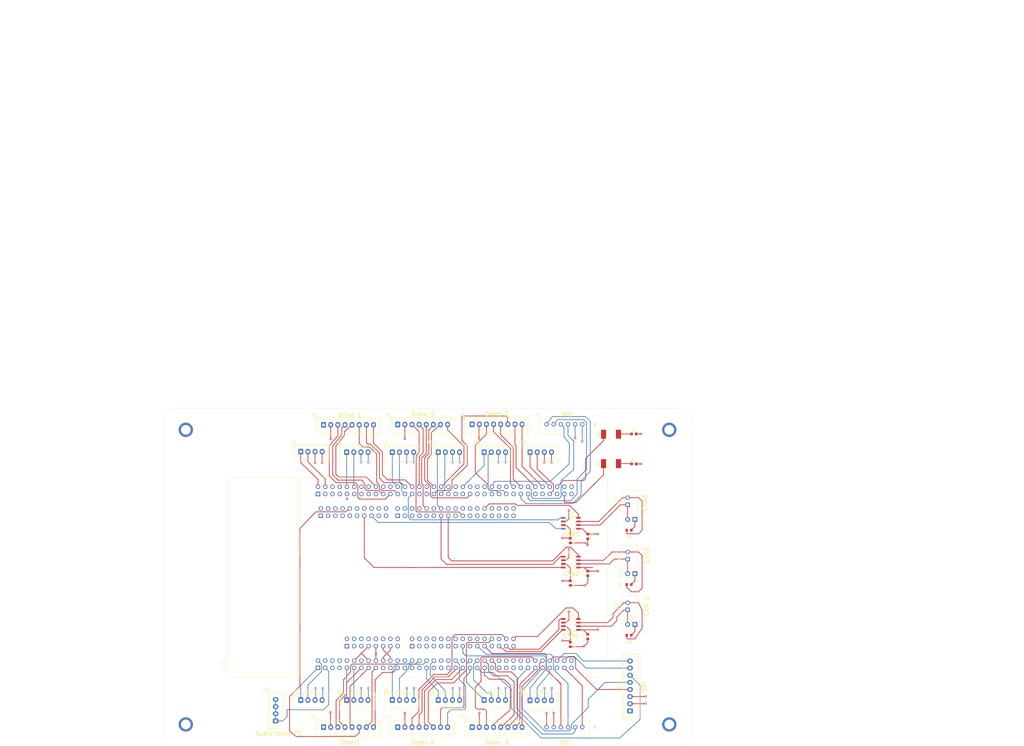
<source format=kicad_pcb>
(kicad_pcb (version 20171130) (host pcbnew "(5.1.12)-1")
  (layers (0 F.Cu signal) (1 5V power hide) (2 GND power hide) (31 B.Cu signal) (35 F.Paste user hide) (37 F.SilkS user) (39 F.Mask user hide) (44 Edge.Cuts user))
  (net 0 "")
  (net 1 GND)
  (net 2 +5V)
  (net 3 "Net-(D1-Pad1)")
  (net 4 LED1)
  (net 5 LED2)
  (net 6 "Net-(D2-Pad1)")
  (net 7 Drive1-Enc-Bout)
  (net 8 Drive1-Enc-Aout)
  (net 9 Steer1-Enc-Aout)
  (net 10 Steer1-Enc-Bout)
  (net 11 Drive2-Enc-Aout)
  (net 12 Drive2-Enc-Bout)
  (net 13 Steer2-Enc-Bout)
  (net 14 Steer2-Enc-Aout)
  (net 15 Drive3-Enc-Bout)
  (net 16 Drive3-Enc-Aout)
  (net 17 Steer3-Enc-Aout)
  (net 18 Steer3-Enc-Bout)
  (net 19 I2C-4-INT0)
  (net 20 I2C-4-INT1)
  (net 21 I2C-4-SCL)
  (net 22 I2C-4-SDA)
  (net 23 +3V3)
  (net 24 "Net-(J8-Pad1)")
  (net 25 Drive1-PWMB)
  (net 26 Drive1-INB2)
  (net 27 Drive1-INB1)
  (net 28 Drive1-PWMA)
  (net 29 Drive1-INA2)
  (net 30 Drive1-INA1)
  (net 31 Drive2-INA1)
  (net 32 Drive2-INA2)
  (net 33 Drive2-PWMA)
  (net 34 Drive2-B1)
  (net 35 Drive2-B2)
  (net 36 Drive2-PWMB)
  (net 37 "Net-(J9-Pad1)")
  (net 38 "Net-(J10-Pad1)")
  (net 39 Drive3-PWMB)
  (net 40 Drive3-INB2)
  (net 41 Drive3-INB1)
  (net 42 Drive3-PWMA)
  (net 43 Drive3-INA2)
  (net 44 Drive3-INA1)
  (net 45 Steer1-INA1)
  (net 46 Steer1-INA2)
  (net 47 Steer1-PWMA)
  (net 48 Steer1-INB1)
  (net 49 Steer1-INB2)
  (net 50 Steer1-PWMB)
  (net 51 "Net-(J11-Pad1)")
  (net 52 "Net-(J12-Pad1)")
  (net 53 Steer2-PWMB)
  (net 54 Steer2-INB2)
  (net 55 Steer2-INB1)
  (net 56 Steer2-PWMA)
  (net 57 Steer2-INA2)
  (net 58 Steer2-INA1)
  (net 59 Steer3-INA1)
  (net 60 Steer3-INA2)
  (net 61 Steer3-PWMA)
  (net 62 Steer3-INB1)
  (net 63 Steer3-INB2)
  (net 64 Steer3-PWMB)
  (net 65 "Net-(J13-Pad1)")
  (net 66 I2C-2-EXTRA)
  (net 67 I2C-2-INT)
  (net 68 I2C-2-SCL)
  (net 69 I2C-2-SDA)
  (net 70 "Net-(J17-Pad1)")
  (net 71 "Net-(J17-Pad2)")
  (net 72 "Net-(J18-Pad2)")
  (net 73 "Net-(J18-Pad1)")
  (net 74 "Net-(J19-Pad2)")
  (net 75 "Net-(J19-Pad1)")
  (net 76 "Net-(J20-Pad2)")
  (net 77 "Net-(J21-Pad2)")
  (net 78 SabreTX)
  (net 79 "Net-(J23-Pad1)")
  (net 80 UART-7-TXD)
  (net 81 UART-7-RTS)
  (net 82 UART-7-RXD)
  (net 83 UART-7-CTS)
  (net 84 ROSReset)
  (net 85 CAN1-TXD)
  (net 86 CAN1-RXD)
  (net 87 CAN1-STBY)
  (net 88 CAN2-STBY)
  (net 89 CAN2-RXD)
  (net 90 CAN2-TXD)
  (net 91 CAN3-TXD)
  (net 92 CAN3-RXD)
  (net 93 CAN3-STBY)
  (net 94 "Net-(U1-Pad28)")
  (net 95 "Net-(U1-Pad27)")
  (net 96 "Net-(U1-Pad29)")
  (net 97 "Net-(U1-Pad26)")
  (net 98 "Net-(U1-Pad99)")
  (net 99 "Net-(U1-Pad42)")
  (net 100 "Net-(U1-Pad139)")
  (net 101 "Net-(U1-Pad14)")
  (net 102 "Net-(U1-Pad140)")
  (net 103 "Net-(U1-Pad73)")
  (net 104 "Net-(U1-Pad45)")
  (net 105 "Net-(U1-Pad103)")
  (net 106 "Net-(U1-Pad37)")
  (net 107 "Net-(U1-Pad138)")
  (net 108 "Net-(U1-Pad25)")
  (net 109 "Net-(J15-Pad1)")
  (net 110 "Net-(U1-Pad87)")
  (net 111 "Net-(U1-Pad92)")
  (net 112 "Net-(U1-Pad91)")
  (net 113 Drive5-Enc-Aout)
  (net 114 Drive5-Enc-Bout)
  (net 115 Drive6-Enc-Aout)
  (net 116 Drive6-Enc-Bout)
  (net 117 Steer4-Enc-Aout)
  (net 118 Steer4-Enc-Bout)
  (net 119 Steer5-Enc-Aout)
  (net 120 Steer5-Enc-Bout)
  (net 121 Steer6-Enc-Aout)
  (net 122 Steer6-Enc-Bout)
  (net 123 Drive4-Enc-Aout)
  (net 124 Drive4-Enc-Bout)
  (net 125 "Net-(U1-Pad137)")
  (net 126 SPI_1_CS)
  (net 127 SPI_1_MISO)
  (net 128 SPI_1_MOSI)
  (net 129 SPI_1_SCK)
  (net 130 SPI_1_INT)
  (net 131 "Net-(U1-Pad155)")
  (net 132 "Net-(U1-Pad154)")
  (net 133 "Net-(U1-Pad156)")
  (net 134 "Net-(U1-Pad153)")
  (net 135 "Net-(U1-Pad150)")
  (net 136 "Net-(U1-Pad149)")
  (net 137 "Net-(U1-Pad145)")
  (net 138 "Net-(U1-Pad157)")
  (net 139 "Net-(U1-Pad116)")
  (module DriverBoard:STM32 (layer F.Cu) (at 146.255 98.66 90)
    (fp_text reference U1 (at -30.305 -68.219 90) (layer F.SilkS) (effects (font (size 1.4 1.4))))
    (fp_text value STM32F767ZITx)
    (pad NC thru_hole circle (at 31.75 53.99 90) (size 1.53 1.53) (drill 1.02) (layers *.Cu *.Mask))
    (pad NC thru_hole circle (at 29.21 53.99 90) (size 1.53 1.53) (drill 1.02) (layers *.Cu *.Mask))
    (pad 91 thru_hole circle (at 31.75 51.45 90) (size 1.53 1.53) (drill 1.02) (layers *.Cu *.Mask) (net 112 "Net-(U1-Pad91)"))
    (pad 89 thru_hole circle (at 29.21 51.45 90) (size 1.53 1.53) (drill 1.02) (layers *.Cu *.Mask) (net 4 LED1))
    (pad 90 thru_hole circle (at 31.75 48.91 90) (size 1.53 1.53) (drill 1.02) (layers *.Cu *.Mask) (net 5 LED2))
    (pad 92 thru_hole circle (at 29.21 48.91 90) (size 1.53 1.53) (drill 1.02) (layers *.Cu *.Mask) (net 111 "Net-(U1-Pad92)"))
    (pad 93 thru_hole circle (at 31.75 46.37 90) (size 1.53 1.53) (drill 1.02) (layers *.Cu *.Mask) (net 116 Drive6-Enc-Bout))
    (pad 79 thru_hole circle (at 29.21 46.37 90) (size 1.53 1.53) (drill 1.02) (layers *.Cu *.Mask) (net 115 Drive6-Enc-Aout))
    (pad 141 thru_hole circle (at 31.75 43.83 90) (size 1.53 1.53) (drill 1.02) (layers *.Cu *.Mask) (net 44 Drive3-INA1))
    (pad GND thru_hole circle (at 29.21 43.83 90) (size 1.53 1.53) (drill 1.02) (layers *.Cu *.Mask))
    (pad 49 thru_hole circle (at 31.75 41.29 90) (size 1.53 1.53) (drill 1.02) (layers *.Cu *.Mask) (net 43 Drive3-INA2))
    (pad 129 thru_hole circle (at 29.21 41.29 90) (size 1.53 1.53) (drill 1.02) (layers *.Cu *.Mask) (net 124 Drive4-Enc-Bout))
    (pad 55 thru_hole circle (at 31.75 38.75 90) (size 1.53 1.53) (drill 1.02) (layers *.Cu *.Mask) (net 22 I2C-4-SDA))
    (pad 50 thru_hole circle (at 29.21 38.75 90) (size 1.53 1.53) (drill 1.02) (layers *.Cu *.Mask) (net 20 I2C-4-INT1))
    (pad 13 thru_hole circle (at 31.75 36.21 90) (size 1.53 1.53) (drill 1.02) (layers *.Cu *.Mask) (net 41 Drive3-INB1))
    (pad 53 thru_hole circle (at 29.21 36.21 90) (size 1.53 1.53) (drill 1.02) (layers *.Cu *.Mask) (net 19 I2C-4-INT0))
    (pad 64 thru_hole circle (at 31.75 33.67 90) (size 1.53 1.53) (drill 1.02) (layers *.Cu *.Mask) (net 40 Drive3-INB2))
    (pad 66 thru_hole circle (at 29.21 33.67 90) (size 1.53 1.53) (drill 1.02) (layers *.Cu *.Mask) (net 34 Drive2-B1))
    (pad GND thru_hole circle (at 31.75 31.13 90) (size 1.53 1.53) (drill 1.02) (layers *.Cu *.Mask))
    (pad 68 thru_hole circle (at 29.21 31.13 90) (size 1.53 1.53) (drill 1.02) (layers *.Cu *.Mask) (net 113 Drive5-Enc-Aout))
    (pad 60 thru_hole circle (at 31.75 28.59 90) (size 1.53 1.53) (drill 1.02) (layers *.Cu *.Mask) (net 81 UART-7-RTS))
    (pad 67 thru_hole circle (at 29.21 28.59 90) (size 1.53 1.53) (drill 1.02) (layers *.Cu *.Mask) (net 39 Drive3-PWMB))
    (pad 54 thru_hole circle (at 31.75 26.05 90) (size 1.53 1.53) (drill 1.02) (layers *.Cu *.Mask) (net 21 I2C-4-SCL))
    (pad 65 thru_hole circle (at 29.21 26.05 90) (size 1.53 1.53) (drill 1.02) (layers *.Cu *.Mask) (net 93 CAN3-STBY))
    (pad 86 thru_hole circle (at 31.75 23.51 90) (size 1.53 1.53) (drill 1.02) (layers *.Cu *.Mask) (net 64 Steer3-PWMB))
    (pad 63 thru_hole circle (at 29.21 23.51 90) (size 1.53 1.53) (drill 1.02) (layers *.Cu *.Mask) (net 83 UART-7-CTS))
    (pad 85 thru_hole circle (at 31.75 20.97 90) (size 1.53 1.53) (drill 1.02) (layers *.Cu *.Mask) (net 61 Steer3-PWMA))
    (pad 80 thru_hole circle (at 29.21 20.97 90) (size 1.53 1.53) (drill 1.02) (layers *.Cu *.Mask) (net 84 ROSReset))
    (pad 58 thru_hole circle (at 31.75 18.43 90) (size 1.53 1.53) (drill 1.02) (layers *.Cu *.Mask) (net 82 UART-7-RXD))
    (pad 81 thru_hole circle (at 29.21 18.43 90) (size 1.53 1.53) (drill 1.02) (layers *.Cu *.Mask) (net 33 Drive2-PWMA))
    (pad 22 thru_hole circle (at 31.75 15.89 90) (size 1.53 1.53) (drill 1.02) (layers *.Cu *.Mask) (net 114 Drive5-Enc-Bout))
    (pad 82 thru_hole circle (at 29.21 15.89 90) (size 1.53 1.53) (drill 1.02) (layers *.Cu *.Mask) (net 36 Drive2-PWMB))
    (pad 59 thru_hole circle (at 31.75 13.35 90) (size 1.53 1.53) (drill 1.02) (layers *.Cu *.Mask) (net 80 UART-7-TXD))
    (pad GND thru_hole circle (at 29.21 13.35 90) (size 1.53 1.53) (drill 1.02) (layers *.Cu *.Mask))
    (pad 14 thru_hole circle (at 31.75 10.81 90) (size 1.53 1.53) (drill 1.02) (layers *.Cu *.Mask) (net 101 "Net-(U1-Pad14)"))
    (pad 37 thru_hole circle (at 29.21 10.81 90) (size 1.53 1.53) (drill 1.02) (layers *.Cu *.Mask) (net 106 "Net-(U1-Pad37)"))
    (pad 15 thru_hole circle (at 31.75 8.27 90) (size 1.53 1.53) (drill 1.02) (layers *.Cu *.Mask) (net 31 Drive2-INA1))
    (pad 36 thru_hole circle (at 29.21 8.27 90) (size 1.53 1.53) (drill 1.02) (layers *.Cu *.Mask) (net 123 Drive4-Enc-Aout))
    (pad 44 thru_hole circle (at 31.75 5.73 90) (size 1.53 1.53) (drill 1.02) (layers *.Cu *.Mask) (net 32 Drive2-INA2))
    (pad 102 thru_hole circle (at 29.21 5.73 90) (size 1.53 1.53) (drill 1.02) (layers *.Cu *.Mask) (net 42 Drive3-PWMA))
    (pad AGND thru_hole circle (at 31.75 3.19 90) (size 1.53 1.53) (drill 1.02) (layers *.Cu *.Mask))
    (pad 133 thru_hole circle (at 29.21 3.19 90) (size 1.53 1.53) (drill 1.02) (layers *.Cu *.Mask) (net 92 CAN3-RXD))
    (pad 74 thru_hole circle (at 31.75 0.65 90) (size 1.53 1.53) (drill 1.02) (layers *.Cu *.Mask) (net 35 Drive2-B2))
    (pad 135 thru_hole circle (at 29.21 0.65 90) (size 1.53 1.53) (drill 1.02) (layers *.Cu *.Mask) (net 89 CAN2-RXD))
    (pad 75 thru_hole circle (at 31.75 -1.89 90) (size 1.53 1.53) (drill 1.02) (layers *.Cu *.Mask) (net 30 Drive1-INA1))
    (pad 134 thru_hole circle (at 29.21 -1.89 90) (size 1.53 1.53) (drill 1.02) (layers *.Cu *.Mask) (net 91 CAN3-TXD))
    (pad 76 thru_hole circle (at 31.75 -4.43 90) (size 1.53 1.53) (drill 1.02) (layers *.Cu *.Mask) (net 29 Drive1-INA2))
    (pad 69 thru_hole circle (at 29.21 -4.43 90) (size 1.53 1.53) (drill 1.02) (layers *.Cu *.Mask) (net 16 Drive3-Enc-Aout))
    (pad 47 thru_hole circle (at 31.75 -6.97 90) (size 1.53 1.53) (drill 1.02) (layers *.Cu *.Mask) (net 15 Drive3-Enc-Bout))
    (pad 100 thru_hole circle (at 29.21 -6.97 90) (size 1.53 1.53) (drill 1.02) (layers *.Cu *.Mask) (net 28 Drive1-PWMA))
    (pad 48 thru_hole circle (at 31.75 -9.51 90) (size 1.53 1.53) (drill 1.02) (layers *.Cu *.Mask) (net 88 CAN2-STBY))
    (pad 101 thru_hole circle (at 29.21 -9.51 90) (size 1.53 1.53) (drill 1.02) (layers *.Cu *.Mask) (net 25 Drive1-PWMB))
    (pad GND thru_hole circle (at 31.75 -12.05 90) (size 1.53 1.53) (drill 1.02) (layers *.Cu *.Mask))
    (pad 97 thru_hole circle (at 29.21 -12.05 90) (size 1.53 1.53) (drill 1.02) (layers *.Cu *.Mask) (net 26 Drive1-INB2))
    (pad 70 thru_hole circle (at 31.75 -14.59 90) (size 1.53 1.53) (drill 1.02) (layers *.Cu *.Mask) (net 27 Drive1-INB1))
    (pad 136 thru_hole circle (at 29.21 -14.59 90) (size 1.53 1.53) (drill 1.02) (layers *.Cu *.Mask) (net 90 CAN2-TXD))
    (pad 73 thru_hole circle (at 31.75 -17.13 90) (size 1.53 1.53) (drill 1.02) (layers *.Cu *.Mask) (net 103 "Net-(U1-Pad73)"))
    (pad 43 thru_hole circle (at 29.21 -17.13 90) (size 1.53 1.53) (drill 1.02) (layers *.Cu *.Mask) (net 122 Steer6-Enc-Bout))
    (pad 103 thru_hole circle (at 31.75 -19.67 90) (size 1.53 1.53) (drill 1.02) (layers *.Cu *.Mask) (net 105 "Net-(U1-Pad103)"))
    (pad 42 thru_hole circle (at 29.21 -19.67 90) (size 1.53 1.53) (drill 1.02) (layers *.Cu *.Mask) (net 99 "Net-(U1-Pad42)"))
    (pad 104 thru_hole circle (at 31.75 -22.21 90) (size 1.53 1.53) (drill 1.02) (layers *.Cu *.Mask) (net 11 Drive2-Enc-Aout))
    (pad 41 thru_hole circle (at 29.21 -22.21 90) (size 1.53 1.53) (drill 1.02) (layers *.Cu *.Mask) (net 47 Steer1-PWMA))
    (pad 77 thru_hole circle (at 31.75 -24.75 90) (size 1.53 1.53) (drill 1.02) (layers *.Cu *.Mask) (net 12 Drive2-Enc-Bout))
    (pad GND thru_hole circle (at 29.21 -24.75 90) (size 1.53 1.53) (drill 1.02) (layers *.Cu *.Mask))
    (pad 157 thru_hole circle (at 31.75 -27.29 90) (size 1.53 1.53) (drill 1.02) (layers *.Cu *.Mask) (net 138 "Net-(U1-Pad157)"))
    (pad 155 thru_hole circle (at 29.21 -27.29 90) (size 1.53 1.53) (drill 1.02) (layers *.Cu *.Mask) (net 131 "Net-(U1-Pad155)"))
    (pad 45 thru_hole circle (at 31.75 -29.83 90) (size 1.53 1.53) (drill 1.02) (layers *.Cu *.Mask) (net 104 "Net-(U1-Pad45)"))
    (pad 140 thru_hole circle (at 29.21 -29.83 90) (size 1.53 1.53) (drill 1.02) (layers *.Cu *.Mask) (net 102 "Net-(U1-Pad140)"))
    (pad 96 thru_hole circle (at 31.75 -32.37 90) (size 1.53 1.53) (drill 1.02) (layers *.Cu *.Mask) (net 8 Drive1-Enc-Aout))
    (pad 139 thru_hole circle (at 29.21 -32.37 90) (size 1.53 1.53) (drill 1.02) (layers *.Cu *.Mask) (net 100 "Net-(U1-Pad139)"))
    (pad 70 thru_hole circle (at 24.13 33.65 90) (size 1.53 1.53) (drill 1.02) (layers *.Cu *.Mask) (net 27 Drive1-INB1))
    (pad 141 thru_hole circle (at 21.59 33.65 90) (size 1.53 1.53) (drill 1.02) (layers *.Cu *.Mask) (net 44 Drive3-INA1))
    (pad 57 thru_hole circle (at -21.59 33.65 90) (size 1.53 1.53) (drill 1.02) (layers *.Cu *.Mask) (net 87 CAN1-STBY))
    (pad 56 thru_hole circle (at -24.13 33.65 90) (size 1.53 1.53) (drill 1.02) (layers *.Cu *.Mask) (net 67 I2C-2-INT))
    (pad 50 thru_hole circle (at 24.13 -11.054 90) (size 1.53 1.53) (drill 1.02) (layers *.Cu *.Mask) (net 20 I2C-4-INT1))
    (pad 134 thru_hole circle (at 21.59 -11.054 90) (size 1.53 1.53) (drill 1.02) (layers *.Cu *.Mask) (net 91 CAN3-TXD))
    (pad 86 thru_hole circle (at 24.13 -13.594 90) (size 1.53 1.53) (drill 1.02) (layers *.Cu *.Mask) (net 64 Steer3-PWMB))
    (pad 40 thru_hole circle (at 21.59 -13.594 90) (size 1.53 1.53) (drill 1.02) (layers *.Cu *.Mask) (net 17 Steer3-Enc-Aout))
    (pad 85 thru_hole circle (at 24.13 -16.134 90) (size 1.53 1.53) (drill 1.02) (layers *.Cu *.Mask) (net 61 Steer3-PWMA))
    (pad 133 thru_hole circle (at 21.59 -16.134 90) (size 1.53 1.53) (drill 1.02) (layers *.Cu *.Mask) (net 92 CAN3-RXD))
    (pad 43 thru_hole circle (at 24.13 -18.674 90) (size 1.53 1.53) (drill 1.02) (layers *.Cu *.Mask) (net 122 Steer6-Enc-Bout))
    (pad 135 thru_hole circle (at 21.59 -18.674 90) (size 1.53 1.53) (drill 1.02) (layers *.Cu *.Mask) (net 89 CAN2-RXD))
    (pad 42 thru_hole circle (at 24.13 -21.214 90) (size 1.53 1.53) (drill 1.02) (layers *.Cu *.Mask) (net 99 "Net-(U1-Pad42)"))
    (pad 97 thru_hole circle (at 21.59 -21.214 90) (size 1.53 1.53) (drill 1.02) (layers *.Cu *.Mask) (net 26 Drive1-INB2))
    (pad 41 thru_hole circle (at 24.13 -23.754 90) (size 1.53 1.53) (drill 1.02) (layers *.Cu *.Mask) (net 47 Steer1-PWMA))
    (pad 110 thru_hole circle (at 21.59 -23.754 90) (size 1.53 1.53) (drill 1.02) (layers *.Cu *.Mask) (net 46 Steer1-INA2))
    (pad GND thru_hole circle (at 24.13 -26.294 90) (size 1.53 1.53) (drill 1.02) (layers *.Cu *.Mask))
    (pad 73 thru_hole circle (at 21.59 -26.294 90) (size 1.53 1.53) (drill 1.02) (layers *.Cu *.Mask) (net 103 "Net-(U1-Pad73)"))
    (pad 154 thru_hole circle (at 24.13 -28.834 90) (size 1.53 1.53) (drill 1.02) (layers *.Cu *.Mask) (net 132 "Net-(U1-Pad154)"))
    (pad 74 thru_hole circle (at 21.59 -28.834 90) (size 1.53 1.53) (drill 1.02) (layers *.Cu *.Mask) (net 35 Drive2-B2))
    (pad 140 thru_hole circle (at 24.13 -31.374 90) (size 1.53 1.53) (drill 1.02) (layers *.Cu *.Mask) (net 102 "Net-(U1-Pad140)"))
    (pad 76 thru_hole circle (at 21.59 -31.374 90) (size 1.53 1.53) (drill 1.02) (layers *.Cu *.Mask) (net 29 Drive1-INA2))
    (pad None np_thru_hole circle (at -24.13 -38.74 90) (size 3.2 3.2) (drill 3.2) (layers *.Cu *.Mask))
    (pad None np_thru_hole circle (at 8.89 13.33 90) (size 3.2 3.2) (drill 3.2) (layers *.Cu *.Mask))
    (pad None np_thru_hole circle (at 24.13 -37.47 90) (size 3.2 3.2) (drill 3.2) (layers *.Cu *.Mask))
    (pad NC thru_hole circle (at -29.21 53.97 90) (size 1.53 1.53) (drill 1.02) (layers *.Cu *.Mask))
    (pad NC thru_hole circle (at -31.75 53.97 90) (size 1.53 1.53) (drill 1.02) (layers *.Cu *.Mask))
    (pad 69 thru_hole circle (at 24.13 31.11 90) (size 1.53 1.53) (drill 1.02) (layers *.Cu *.Mask) (net 16 Drive3-Enc-Aout))
    (pad 46 thru_hole circle (at 21.59 31.11 90) (size 1.53 1.53) (drill 1.02) (layers *.Cu *.Mask) (net 117 Steer4-Enc-Aout))
    (pad 68 thru_hole circle (at 24.13 28.57 90) (size 1.53 1.53) (drill 1.02) (layers *.Cu *.Mask) (net 113 Drive5-Enc-Aout))
    (pad 34 thru_hole circle (at 21.59 28.57 90) (size 1.53 1.53) (drill 1.02) (layers *.Cu *.Mask) (net 18 Steer3-Enc-Bout))
    (pad 67 thru_hole circle (at 24.13 26.03 90) (size 1.53 1.53) (drill 1.02) (layers *.Cu *.Mask) (net 39 Drive3-PWMB))
    (pad GND thru_hole circle (at 21.59 26.03 90) (size 1.53 1.53) (drill 1.02) (layers *.Cu *.Mask))
    (pad 65 thru_hole circle (at 24.13 23.49 90) (size 1.53 1.53) (drill 1.02) (layers *.Cu *.Mask) (net 93 CAN3-STBY))
    (pad 1 thru_hole circle (at 21.59 23.49 90) (size 1.53 1.53) (drill 1.02) (layers *.Cu *.Mask) (net 119 Steer5-Enc-Aout))
    (pad 63 thru_hole circle (at 24.13 20.95 90) (size 1.53 1.53) (drill 1.02) (layers *.Cu *.Mask) (net 83 UART-7-CTS))
    (pad 80 thru_hole circle (at 21.59 20.95 90) (size 1.53 1.53) (drill 1.02) (layers *.Cu *.Mask) (net 84 ROSReset))
    (pad GND thru_hole circle (at 24.13 18.41 90) (size 1.53 1.53) (drill 1.02) (layers *.Cu *.Mask))
    (pad 81 thru_hole circle (at 21.59 18.41 90) (size 1.53 1.53) (drill 1.02) (layers *.Cu *.Mask) (net 33 Drive2-PWMA))
    (pad 58 thru_hole circle (at 24.13 15.87 90) (size 1.53 1.53) (drill 1.02) (layers *.Cu *.Mask) (net 82 UART-7-RXD))
    (pad 82 thru_hole circle (at 21.59 15.87 90) (size 1.53 1.53) (drill 1.02) (layers *.Cu *.Mask) (net 36 Drive2-PWMB))
    (pad 59 thru_hole circle (at 24.13 13.33 90) (size 1.53 1.53) (drill 1.02) (layers *.Cu *.Mask) (net 80 UART-7-TXD))
    (pad GND thru_hole circle (at 21.59 13.33 90) (size 1.53 1.53) (drill 1.02) (layers *.Cu *.Mask))
    (pad None np_thru_hole circle (at 22.86 37.46 90) (size 3.2 3.2) (drill 3.2) (layers *.Cu *.Mask))
    (pad 124 thru_hole circle (at 24.13 10.79 90) (size 1.53 1.53) (drill 1.02) (layers *.Cu *.Mask) (net 127 SPI_1_MISO))
    (pad 48 thru_hole circle (at 21.59 10.79 90) (size 1.53 1.53) (drill 1.02) (layers *.Cu *.Mask) (net 88 CAN2-STBY))
    (pad 129 thru_hole circle (at 24.13 8.25 90) (size 1.53 1.53) (drill 1.02) (layers *.Cu *.Mask) (net 124 Drive4-Enc-Bout))
    (pad 136 thru_hole circle (at 21.59 8.25 90) (size 1.53 1.53) (drill 1.02) (layers *.Cu *.Mask) (net 90 CAN2-TXD))
    (pad 55 thru_hole circle (at 24.13 5.71 90) (size 1.53 1.53) (drill 1.02) (layers *.Cu *.Mask) (net 22 I2C-4-SDA))
    (pad 14 thru_hole circle (at 21.59 5.71 90) (size 1.53 1.53) (drill 1.02) (layers *.Cu *.Mask) (net 101 "Net-(U1-Pad14)"))
    (pad 66 thru_hole circle (at 24.13 3.17 90) (size 1.53 1.53) (drill 1.02) (layers *.Cu *.Mask) (net 34 Drive2-B1))
    (pad 28 thru_hole circle (at 21.59 3.17 90) (size 1.53 1.53) (drill 1.02) (layers *.Cu *.Mask) (net 94 "Net-(U1-Pad28)"))
    (pad 54 thru_hole circle (at 24.13 0.63 90) (size 1.53 1.53) (drill 1.02) (layers *.Cu *.Mask) (net 21 I2C-4-SCL))
    (pad 47 thru_hole circle (at 21.59 0.63 90) (size 1.53 1.53) (drill 1.02) (layers *.Cu *.Mask) (net 15 Drive3-Enc-Bout))
    (pad 64 thru_hole circle (at 24.13 -1.91 90) (size 1.53 1.53) (drill 1.02) (layers *.Cu *.Mask) (net 40 Drive3-INB2))
    (pad GND thru_hole circle (at 21.59 -1.91 90) (size 1.53 1.53) (drill 1.02) (layers *.Cu *.Mask))
    (pad 60 thru_hole circle (at 24.13 -4.45 90) (size 1.53 1.53) (drill 1.02) (layers *.Cu *.Mask) (net 81 UART-7-RTS))
    (pad AGND thru_hole circle (at 21.59 -4.45 90) (size 1.53 1.53) (drill 1.02) (layers *.Cu *.Mask))
    (pad 53 thru_hole circle (at 24.13 -6.99 90) (size 1.53 1.53) (drill 1.02) (layers *.Cu *.Mask) (net 19 I2C-4-INT0))
    (pad 156 thru_hole rect (at 21.59 -6.99 90) (size 1.53 1.53) (drill 1.02) (layers *.Cu *.Mask) (net 133 "Net-(U1-Pad156)"))
    (pad 139 thru_hole circle (at 24.13 -33.914 90) (size 1.53 1.53) (drill 1.02) (layers *.Cu *.Mask) (net 100 "Net-(U1-Pad139)"))
    (pad 96 thru_hole rect (at 21.59 -33.914 90) (size 1.53 1.53) (drill 1.02) (layers *.Cu *.Mask) (net 8 Drive1-Enc-Aout))
    (pad None np_thru_hole circle (at -22.86 37.46 90) (size 3.2 3.2) (drill 3.2) (layers *.Cu *.Mask))
    (pad 21 thru_hole circle (at -21.59 31.11 90) (size 1.53 1.53) (drill 1.02) (layers *.Cu *.Mask) (net 53 Steer2-PWMB))
    (pad 115 thru_hole circle (at -24.13 31.11 90) (size 1.53 1.53) (drill 1.02) (layers *.Cu *.Mask) (net 85 CAN1-TXD))
    (pad 19 thru_hole circle (at -21.59 28.57 90) (size 1.53 1.53) (drill 1.02) (layers *.Cu *.Mask) (net 14 Steer2-Enc-Aout))
    (pad 114 thru_hole circle (at -24.13 28.57 90) (size 1.53 1.53) (drill 1.02) (layers *.Cu *.Mask) (net 86 CAN1-RXD))
    (pad 20 thru_hole circle (at -21.59 26.03 90) (size 1.53 1.53) (drill 1.02) (layers *.Cu *.Mask) (net 56 Steer2-PWMA))
    (pad GND thru_hole circle (at -24.13 26.03 90) (size 1.53 1.53) (drill 1.02) (layers *.Cu *.Mask))
    (pad 2 thru_hole circle (at -21.59 23.49 90) (size 1.53 1.53) (drill 1.02) (layers *.Cu *.Mask) (net 63 Steer3-INB2))
    (pad 10 thru_hole circle (at -24.13 23.49 90) (size 1.53 1.53) (drill 1.02) (layers *.Cu *.Mask) (net 69 I2C-2-SDA))
    (pad 5 thru_hole circle (at -21.59 20.95 90) (size 1.53 1.53) (drill 1.02) (layers *.Cu *.Mask) (net 64 Steer3-PWMB))
    (pad 11 thru_hole circle (at -24.13 20.95 90) (size 1.53 1.53) (drill 1.02) (layers *.Cu *.Mask) (net 68 I2C-2-SCL))
    (pad 4 thru_hole circle (at -21.59 18.41 90) (size 1.53 1.53) (drill 1.02) (layers *.Cu *.Mask) (net 61 Steer3-PWMA))
    (pad 12 thru_hole circle (at -24.13 18.41 90) (size 1.53 1.53) (drill 1.02) (layers *.Cu *.Mask) (net 66 I2C-2-EXTRA))
    (pad 3 thru_hole circle (at -21.59 15.87 90) (size 1.53 1.53) (drill 1.02) (layers *.Cu *.Mask) (net 62 Steer3-INB1))
    (pad 43 thru_hole circle (at -24.13 15.87 90) (size 1.53 1.53) (drill 1.02) (layers *.Cu *.Mask) (net 122 Steer6-Enc-Bout))
    (pad 1 thru_hole circle (at -21.59 13.33 90) (size 1.53 1.53) (drill 1.02) (layers *.Cu *.Mask) (net 119 Steer5-Enc-Aout))
    (pad NC thru_hole circle (at -24.13 13.33 90) (size 1.53 1.53) (drill 1.02) (layers *.Cu *.Mask))
    (pad GND thru_hole circle (at -21.59 10.79 90) (size 1.53 1.53) (drill 1.02) (layers *.Cu *.Mask))
    (pad 22 thru_hole circle (at -24.13 10.79 90) (size 1.53 1.53) (drill 1.02) (layers *.Cu *.Mask) (net 114 Drive5-Enc-Bout))
    (pad 117 thru_hole circle (at -21.59 8.25 90) (size 1.53 1.53) (drill 1.02) (layers *.Cu *.Mask) (net 58 Steer2-INA1))
    (pad 15 thru_hole circle (at -24.13 8.25 90) (size 1.53 1.53) (drill 1.02) (layers *.Cu *.Mask) (net 31 Drive2-INA1))
    (pad 118 thru_hole circle (at -21.59 5.71 90) (size 1.53 1.53) (drill 1.02) (layers *.Cu *.Mask) (net 54 Steer2-INB2))
    (pad 13 thru_hole circle (at -24.13 5.71 90) (size 1.53 1.53) (drill 1.02) (layers *.Cu *.Mask) (net 41 Drive3-INB1))
    (pad 119 thru_hole circle (at -21.59 3.17 90) (size 1.53 1.53) (drill 1.02) (layers *.Cu *.Mask) (net 55 Steer2-INB1))
    (pad 29 thru_hole circle (at -24.13 3.17 90) (size 1.53 1.53) (drill 1.02) (layers *.Cu *.Mask) (net 96 "Net-(U1-Pad29)"))
    (pad 122 thru_hole circle (at -21.59 0.63 90) (size 1.53 1.53) (drill 1.02) (layers *.Cu *.Mask) (net 57 Steer2-INA2))
    (pad 26 thru_hole circle (at -24.13 0.63 90) (size 1.53 1.53) (drill 1.02) (layers *.Cu *.Mask) (net 97 "Net-(U1-Pad26)"))
    (pad 123 thru_hole circle (at -21.59 -1.91 90) (size 1.53 1.53) (drill 1.02) (layers *.Cu *.Mask) (net 128 SPI_1_MOSI))
    (pad 37 thru_hole rect (at -24.13 -1.91 90) (size 1.53 1.53) (drill 1.02) (layers *.Cu *.Mask) (net 106 "Net-(U1-Pad37)"))
    (pad 88 thru_hole circle (at -21.59 -6.99 90) (size 1.53 1.53) (drill 1.02) (layers *.Cu *.Mask) (net 120 Steer5-Enc-Bout))
    (pad 153 thru_hole circle (at -24.13 -6.99 90) (size 1.53 1.53) (drill 1.02) (layers *.Cu *.Mask) (net 134 "Net-(U1-Pad153)"))
    (pad 87 thru_hole circle (at -21.59 -9.53 90) (size 1.53 1.53) (drill 1.02) (layers *.Cu *.Mask) (net 110 "Net-(U1-Pad87)"))
    (pad GND thru_hole circle (at -24.13 -9.53 90) (size 1.53 1.53) (drill 1.02) (layers *.Cu *.Mask) (net 1 GND))
    (pad 116 thru_hole circle (at -21.59 -12.07 90) (size 1.53 1.53) (drill 1.02) (layers *.Cu *.Mask) (net 139 "Net-(U1-Pad116)"))
    (pad GND thru_hole circle (at -24.13 -12.07 90) (size 1.53 1.53) (drill 1.02) (layers *.Cu *.Mask) (net 1 GND))
    (pad 113 thru_hole circle (at -21.59 -14.61 90) (size 1.53 1.53) (drill 1.02) (layers *.Cu *.Mask) (net 78 SabreTX))
    (pad 152 thru_hole circle (at -24.13 -14.61 90) (size 1.53 1.53) (drill 1.02) (layers *.Cu *.Mask) (net 2 +5V))
    (pad 112 thru_hole circle (at -21.59 -17.15 90) (size 1.53 1.53) (drill 1.02) (layers *.Cu *.Mask) (net 9 Steer1-Enc-Aout))
    (pad 151 thru_hole circle (at -24.13 -17.15 90) (size 1.53 1.53) (drill 1.02) (layers *.Cu *.Mask) (net 23 +3V3))
    (pad 111 thru_hole circle (at -21.59 -19.69 90) (size 1.53 1.53) (drill 1.02) (layers *.Cu *.Mask) (net 10 Steer1-Enc-Bout))
    (pad 25 thru_hole circle (at -24.13 -19.69 90) (size 1.53 1.53) (drill 1.02) (layers *.Cu *.Mask) (net 108 "Net-(U1-Pad25)"))
    (pad 99 thru_hole circle (at -21.59 -22.23 90) (size 1.53 1.53) (drill 1.02) (layers *.Cu *.Mask) (net 98 "Net-(U1-Pad99)"))
    (pad 150 thru_hole circle (at -24.13 -22.23 90) (size 1.53 1.53) (drill 1.02) (layers *.Cu *.Mask) (net 135 "Net-(U1-Pad150)"))
    (pad 98 thru_hole circle (at -21.59 -24.77 90) (size 1.53 1.53) (drill 1.02) (layers *.Cu *.Mask) (net 7 Drive1-Enc-Bout))
    (pad NC thru_hole rect (at -24.13 -24.77 90) (size 1.53 1.53) (drill 1.02) (layers *.Cu *.Mask))
    (pad 98 thru_hole circle (at 31.75 -34.91 90) (size 1.53 1.53) (drill 1.02) (layers *.Cu *.Mask) (net 7 Drive1-Enc-Bout))
    (pad 99 thru_hole rect (at 29.21 -34.91 90) (size 1.53 1.53) (drill 1.02) (layers *.Cu *.Mask) (net 98 "Net-(U1-Pad99)"))
    (pad 126 thru_hole circle (at -29.21 51.43 90) (size 1.53 1.53) (drill 1.02) (layers *.Cu *.Mask) (net 129 SPI_1_SCK))
    (pad 78 thru_hole circle (at -31.75 51.43 90) (size 1.53 1.53) (drill 1.02) (layers *.Cu *.Mask) (net 66 I2C-2-EXTRA))
    (pad 128 thru_hole circle (at -29.21 48.89 90) (size 1.53 1.53) (drill 1.02) (layers *.Cu *.Mask) (net 130 SPI_1_INT))
    (pad NC thru_hole circle (at -31.75 48.89 90) (size 1.53 1.53) (drill 1.02) (layers *.Cu *.Mask))
    (pad 125 thru_hole circle (at -29.21 46.35 90) (size 1.53 1.53) (drill 1.02) (layers *.Cu *.Mask) (net 126 SPI_1_CS))
    (pad 127 thru_hole circle (at -31.75 46.35 90) (size 1.53 1.53) (drill 1.02) (layers *.Cu *.Mask) (net 121 Steer6-Enc-Aout))
    (pad 132 thru_hole circle (at -29.21 43.81 90) (size 1.53 1.53) (drill 1.02) (layers *.Cu *.Mask) (net 59 Steer3-INA1))
    (pad 124 thru_hole circle (at -31.75 43.81 90) (size 1.53 1.53) (drill 1.02) (layers *.Cu *.Mask) (net 127 SPI_1_MISO))
    (pad 5 thru_hole circle (at -29.21 41.27 90) (size 1.53 1.53) (drill 1.02) (layers *.Cu *.Mask) (net 64 Steer3-PWMB))
    (pad 142 thru_hole circle (at -31.75 41.27 90) (size 1.53 1.53) (drill 1.02) (layers *.Cu *.Mask) (net 60 Steer3-INA2))
    (pad GND thru_hole circle (at -29.21 38.73 90) (size 1.53 1.53) (drill 1.02) (layers *.Cu *.Mask))
    (pad 56 thru_hole circle (at -31.75 38.73 90) (size 1.53 1.53) (drill 1.02) (layers *.Cu *.Mask) (net 67 I2C-2-INT))
    (pad 57 thru_hole circle (at -29.21 36.19 90) (size 1.53 1.53) (drill 1.02) (layers *.Cu *.Mask) (net 87 CAN1-STBY))
    (pad 114 thru_hole circle (at -31.75 36.19 90) (size 1.53 1.53) (drill 1.02) (layers *.Cu *.Mask) (net 86 CAN1-RXD))
    (pad 21 thru_hole circle (at -29.21 33.65 90) (size 1.53 1.53) (drill 1.02) (layers *.Cu *.Mask) (net 53 Steer2-PWMB))
    (pad 115 thru_hole circle (at -31.75 33.65 90) (size 1.53 1.53) (drill 1.02) (layers *.Cu *.Mask) (net 85 CAN1-TXD))
    (pad 20 thru_hole circle (at -29.21 31.11 90) (size 1.53 1.53) (drill 1.02) (layers *.Cu *.Mask) (net 56 Steer2-PWMA))
    (pad 10 thru_hole circle (at -31.75 31.11 90) (size 1.53 1.53) (drill 1.02) (layers *.Cu *.Mask) (net 69 I2C-2-SDA))
    (pad 12 thru_hole circle (at -29.21 28.57 90) (size 1.53 1.53) (drill 1.02) (layers *.Cu *.Mask) (net 66 I2C-2-EXTRA))
    (pad 11 thru_hole circle (at -31.75 28.57 90) (size 1.53 1.53) (drill 1.02) (layers *.Cu *.Mask) (net 68 I2C-2-SCL))
    (pad 4 thru_hole circle (at -29.21 26.03 90) (size 1.53 1.53) (drill 1.02) (layers *.Cu *.Mask) (net 61 Steer3-PWMA))
    (pad GND thru_hole circle (at -31.75 26.03 90) (size 1.53 1.53) (drill 1.02) (layers *.Cu *.Mask))
    (pad 3 thru_hole circle (at -29.21 23.49 90) (size 1.53 1.53) (drill 1.02) (layers *.Cu *.Mask) (net 62 Steer3-INB1))
    (pad 2 thru_hole circle (at -31.75 23.49 90) (size 1.53 1.53) (drill 1.02) (layers *.Cu *.Mask) (net 63 Steer3-INB2))
    (pad 1 thru_hole circle (at -29.21 20.95 90) (size 1.53 1.53) (drill 1.02) (layers *.Cu *.Mask) (net 119 Steer5-Enc-Aout))
    (pad 123 thru_hole circle (at -31.75 20.95 90) (size 1.53 1.53) (drill 1.02) (layers *.Cu *.Mask) (net 128 SPI_1_MOSI))
    (pad 88 thru_hole circle (at -29.21 18.41 90) (size 1.53 1.53) (drill 1.02) (layers *.Cu *.Mask) (net 120 Steer5-Enc-Bout))
    (pad 122 thru_hole circle (at -31.75 18.41 90) (size 1.53 1.53) (drill 1.02) (layers *.Cu *.Mask) (net 57 Steer2-INA2))
    (pad 87 thru_hole circle (at -29.21 15.87 90) (size 1.53 1.53) (drill 1.02) (layers *.Cu *.Mask) (net 110 "Net-(U1-Pad87)"))
    (pad 119 thru_hole circle (at -31.75 15.87 90) (size 1.53 1.53) (drill 1.02) (layers *.Cu *.Mask) (net 55 Steer2-INB1))
    (pad 117 thru_hole circle (at -29.21 13.33 90) (size 1.53 1.53) (drill 1.02) (layers *.Cu *.Mask) (net 58 Steer2-INA1))
    (pad 118 thru_hole circle (at -31.75 13.33 90) (size 1.53 1.53) (drill 1.02) (layers *.Cu *.Mask) (net 54 Steer2-INB2))
    (pad 26 thru_hole circle (at -29.21 10.79 90) (size 1.53 1.53) (drill 1.02) (layers *.Cu *.Mask) (net 97 "Net-(U1-Pad26)"))
    (pad 29 thru_hole circle (at -31.75 10.79 90) (size 1.53 1.53) (drill 1.02) (layers *.Cu *.Mask) (net 96 "Net-(U1-Pad29)"))
    (pad 27 thru_hole circle (at -29.21 8.25 90) (size 1.53 1.53) (drill 1.02) (layers *.Cu *.Mask) (net 95 "Net-(U1-Pad27)"))
    (pad 28 thru_hole circle (at -31.75 8.25 90) (size 1.53 1.53) (drill 1.02) (layers *.Cu *.Mask) (net 94 "Net-(U1-Pad28)"))
    (pad 46 thru_hole circle (at -29.21 5.71 90) (size 1.53 1.53) (drill 1.02) (layers *.Cu *.Mask) (net 117 Steer4-Enc-Aout))
    (pad 6 thru_hole circle (at -31.75 5.71 90) (size 1.53 1.53) (drill 1.02) (layers *.Cu *.Mask))
    (pad 40 thru_hole circle (at -29.21 3.17 90) (size 1.53 1.53) (drill 1.02) (layers *.Cu *.Mask) (net 17 Steer3-Enc-Aout))
    (pad 24 thru_hole circle (at -31.75 3.17 90) (size 1.53 1.53) (drill 1.02) (layers *.Cu *.Mask) (net 118 Steer4-Enc-Bout))
    (pad 35 thru_hole circle (at -29.21 0.63 90) (size 1.53 1.53) (drill 1.02) (layers *.Cu *.Mask) (net 50 Steer1-PWMB))
    (pad NC thru_hole circle (at -31.75 0.63 90) (size 1.53 1.53) (drill 1.02) (layers *.Cu *.Mask))
    (pad 34 thru_hole circle (at -29.21 -1.91 90) (size 1.53 1.53) (drill 1.02) (layers *.Cu *.Mask) (net 18 Steer3-Enc-Bout))
    (pad NC thru_hole circle (at -31.75 -1.91 90) (size 1.53 1.53) (drill 1.02) (layers *.Cu *.Mask))
    (pad NC thru_hole circle (at -29.21 -4.45 90) (size 1.53 1.53) (drill 1.02) (layers *.Cu *.Mask))
    (pad NC thru_hole circle (at -31.75 -4.45 90) (size 1.53 1.53) (drill 1.02) (layers *.Cu *.Mask))
    (pad 149 thru_hole circle (at -29.21 -6.99 90) (size 1.53 1.53) (drill 1.02) (layers *.Cu *.Mask) (net 136 "Net-(U1-Pad149)"))
    (pad 7 thru_hole circle (at -31.75 -6.99 90) (size 1.53 1.53) (drill 1.02) (layers *.Cu *.Mask) (net 45 Steer1-INA1))
    (pad GND thru_hole circle (at -29.21 -9.53 90) (size 1.53 1.53) (drill 1.02) (layers *.Cu *.Mask) (net 1 GND))
    (pad 137 thru_hole circle (at -31.75 -9.53 90) (size 1.53 1.53) (drill 1.02) (layers *.Cu *.Mask) (net 125 "Net-(U1-Pad137)"))
    (pad GND thru_hole circle (at -29.21 -12.07 90) (size 1.53 1.53) (drill 1.02) (layers *.Cu *.Mask) (net 1 GND))
    (pad GND thru_hole circle (at -31.75 -12.07 90) (size 1.53 1.53) (drill 1.02) (layers *.Cu *.Mask))
    (pad 148 thru_hole circle (at -29.21 -14.61 90) (size 1.53 1.53) (drill 1.02) (layers *.Cu *.Mask) (net 2 +5V))
    (pad 110 thru_hole circle (at -31.75 -14.61 90) (size 1.53 1.53) (drill 1.02) (layers *.Cu *.Mask) (net 46 Steer1-INA2))
    (pad 147 thru_hole circle (at -29.21 -17.15 90) (size 1.53 1.53) (drill 1.02) (layers *.Cu *.Mask) (net 23 +3V3))
    (pad 109 thru_hole circle (at -31.75 -17.15 90) (size 1.53 1.53) (drill 1.02) (layers *.Cu *.Mask) (net 48 Steer1-INB1))
    (pad 25 thru_hole circle (at -29.21 -19.69 90) (size 1.53 1.53) (drill 1.02) (layers *.Cu *.Mask) (net 108 "Net-(U1-Pad25)"))
    (pad 105 thru_hole circle (at -31.75 -19.69 90) (size 1.53 1.53) (drill 1.02) (layers *.Cu *.Mask) (net 49 Steer1-INB2))
    (pad 146 thru_hole circle (at -29.21 -22.23 90) (size 1.53 1.53) (drill 1.02) (layers *.Cu *.Mask) (net 23 +3V3))
    (pad 19 thru_hole circle (at -31.75 -22.23 90) (size 1.53 1.53) (drill 1.02) (layers *.Cu *.Mask) (net 14 Steer2-Enc-Aout))
    (pad NC thru_hole circle (at -29.21 -24.77 90) (size 1.53 1.53) (drill 1.02) (layers *.Cu *.Mask))
    (pad 18 thru_hole circle (at -31.75 -24.77 90) (size 1.53 1.53) (drill 1.02) (layers *.Cu *.Mask) (net 13 Steer2-Enc-Bout))
    (pad GND thru_hole circle (at -29.21 -27.31 90) (size 1.53 1.53) (drill 1.02) (layers *.Cu *.Mask))
    (pad 138 thru_hole circle (at -31.75 -27.31 90) (size 1.53 1.53) (drill 1.02) (layers *.Cu *.Mask) (net 107 "Net-(U1-Pad138)"))
    (pad 145 thru_hole circle (at -29.21 -29.85 90) (size 1.53 1.53) (drill 1.02) (layers *.Cu *.Mask) (net 137 "Net-(U1-Pad145)"))
    (pad 17 thru_hole circle (at -31.75 -29.85 90) (size 1.53 1.53) (drill 1.02) (layers *.Cu *.Mask))
    (pad 116 thru_hole circle (at -29.21 -32.39 90) (size 1.53 1.53) (drill 1.02) (layers *.Cu *.Mask) (net 139 "Net-(U1-Pad116)"))
    (pad 113 thru_hole circle (at -31.75 -32.39 90) (size 1.53 1.53) (drill 1.02) (layers *.Cu *.Mask) (net 78 SabreTX))
    (pad 112 thru_hole circle (at -29.21 -34.93 90) (size 1.53 1.53) (drill 1.02) (layers *.Cu *.Mask) (net 9 Steer1-Enc-Aout))
    (pad 111 thru_hole rect (at -31.75 -34.93 90) (size 1.53 1.53) (drill 1.02) (layers *.Cu *.Mask) (net 10 Steer1-Enc-Bout))
  )
  (module DriverBoard:M3Drill (layer F.Cu) (at 234.5 46.95)
    (fp_text reference REF**)
    (fp_text value M3Drill)
    (pad 1 thru_hole circle (at 0 0) (size 5 5) (drill 3.4) (layers *.Cu *.Mask))
  )
  (module DriverBoard:M3Drill (layer F.Cu) (at 234.5 150.25)
    (fp_text reference REF**)
    (fp_text value M3Drill)
    (pad 1 thru_hole circle (at 0 0) (size 5 5) (drill 3.4) (layers *.Cu *.Mask))
  )
  (module DriverBoard:0603Footprint (layer F.Cu) (at 222.0999 48.4 180)
    (fp_text reference R2 (at 0.0001 1.4) (layer F.SilkS))
    (fp_text value CF14JT1K00)
    (pad 2 smd rect (at 0.8001 0 180) (size 0.8636 0.9652) (layers F.Cu F.Paste F.Mask) (net 6 "Net-(D2-Pad1)"))
    (pad 1 smd rect (at -0.8001 0 180) (size 0.8636 0.9652) (layers F.Cu F.Paste F.Mask) (net 1 GND))
  )
  (module DriverBoard:0603Footprint (layer F.Cu) (at 222.0999 58.9 180)
    (fp_text reference R1 (at 0.1 1.3) (layer F.SilkS))
    (fp_text value CF14JT1K00)
    (pad 2 smd rect (at 0.8001 0 180) (size 0.8636 0.9652) (layers F.Cu F.Paste F.Mask) (net 3 "Net-(D1-Pad1)"))
    (pad 1 smd rect (at -0.8001 0 180) (size 0.8636 0.9652) (layers F.Cu F.Paste F.Mask) (net 1 GND))
  )
  (module "" (layer F.Cu) (at 0.1 -103.5)
    (fp_text reference "" (at 65 150.3) (layer F.SilkS) (effects (font (size 1.27 1.27))))
    (fp_text value "" (at 65 150.3) (layer F.SilkS) (effects (font (size 1.27 1.27))))
    (pad 1 thru_hole circle (at 64.9 150.45) (size 5 5) (drill 3.4) (layers *.Cu *.Mask))
  )
  (module DriverBoard:M3Drill (layer F.Cu) (at 65 150.3)
    (fp_text reference REF**)
    (fp_text value M3Drill)
    (pad 1 thru_hole circle (at 0 -0.05) (size 5 5) (drill 3.4) (layers *.Cu *.Mask))
  )
  (module DriverBoard:JST4Way (layer F.Cu) (at 96.5 149 90)
    (fp_text reference J30 (at 11 -3.5 180) (layer F.SilkS))
    (fp_text value "B4B-XH-A(LF)(SN)")
    (pad "" np_thru_hole circle (at -1.6 2 90) (size 1.2 1.2) (drill 1.2) (layers *.Cu *.Mask))
    (pad 4 thru_hole oval (at 7.5 0 90) (size 1.7 1.95) (drill 0.95) (layers *.Cu *.Mask) (net 78 SabreTX))
    (pad 3 thru_hole oval (at 5 0 90) (size 1.7 1.95) (drill 0.95) (layers *.Cu *.Mask) (net 78 SabreTX))
    (pad 2 thru_hole oval (at 2.5 0 90) (size 1.7 1.95) (drill 0.95) (layers *.Cu *.Mask) (net 78 SabreTX))
    (pad 1 thru_hole roundrect (at 0 0 90) (size 1.7 1.95) (drill 0.95) (layers *.Cu *.Mask) (roundrect_rratio 0.147059) (net 78 SabreTX))
  )
  (module DriverBoard:JST4Way (layer F.Cu) (at 153.5 54.8)
    (fp_text reference J29 (at -2.5 -3.55) (layer F.SilkS))
    (fp_text value "B4B-XH-A(LF)(SN)")
    (pad "" np_thru_hole circle (at -1.6 2) (size 1.2 1.2) (drill 1.2) (layers *.Cu *.Mask))
    (pad 4 thru_hole oval (at 7.5 0) (size 1.7 1.95) (drill 0.95) (layers *.Cu *.Mask) (net 2 +5V))
    (pad 3 thru_hole oval (at 5 0) (size 1.7 1.95) (drill 0.95) (layers *.Cu *.Mask) (net 1 GND))
    (pad 2 thru_hole oval (at 2.5 0) (size 1.7 1.95) (drill 0.95) (layers *.Cu *.Mask) (net 123 Drive4-Enc-Aout))
    (pad 1 thru_hole roundrect (at 0 0) (size 1.7 1.95) (drill 0.95) (layers *.Cu *.Mask) (roundrect_rratio 0.147059) (net 124 Drive4-Enc-Bout))
  )
  (module DriverBoard:JST4Way (layer F.Cu) (at 185.7 141.8)
    (fp_text reference J28 (at -2.8 -3.4) (layer F.SilkS))
    (fp_text value "B4B-XH-A(LF)(SN)")
    (pad "" np_thru_hole circle (at -1.6 2) (size 1.2 1.2) (drill 1.2) (layers *.Cu *.Mask))
    (pad 4 thru_hole oval (at 7.5 0) (size 1.7 1.95) (drill 0.95) (layers *.Cu *.Mask) (net 2 +5V))
    (pad 3 thru_hole oval (at 5 0) (size 1.7 1.95) (drill 0.95) (layers *.Cu *.Mask) (net 1 GND))
    (pad 2 thru_hole oval (at 2.5 0) (size 1.7 1.95) (drill 0.95) (layers *.Cu *.Mask) (net 121 Steer6-Enc-Aout))
    (pad 1 thru_hole roundrect (at 0 0) (size 1.7 1.95) (drill 0.95) (layers *.Cu *.Mask) (roundrect_rratio 0.147059) (net 122 Steer6-Enc-Bout))
  )
  (module DriverBoard:JST4Way (layer F.Cu) (at 169.6 141.7)
    (fp_text reference J27 (at -2.4 -3.4) (layer F.SilkS))
    (fp_text value "B4B-XH-A(LF)(SN)")
    (pad "" np_thru_hole circle (at -1.6 2) (size 1.2 1.2) (drill 1.2) (layers *.Cu *.Mask))
    (pad 4 thru_hole oval (at 7.5 0) (size 1.7 1.95) (drill 0.95) (layers *.Cu *.Mask) (net 2 +5V))
    (pad 3 thru_hole oval (at 5 0) (size 1.7 1.95) (drill 0.95) (layers *.Cu *.Mask) (net 1 GND))
    (pad 2 thru_hole oval (at 2.5 0) (size 1.7 1.95) (drill 0.95) (layers *.Cu *.Mask) (net 119 Steer5-Enc-Aout))
    (pad 1 thru_hole roundrect (at 0 0) (size 1.7 1.95) (drill 0.95) (layers *.Cu *.Mask) (roundrect_rratio 0.147059) (net 120 Steer5-Enc-Bout))
  )
  (module DriverBoard:JST4Way (layer F.Cu) (at 153.5 141.7)
    (fp_text reference J26 (at -2.7 -3.4) (layer F.SilkS))
    (fp_text value "B4B-XH-A(LF)(SN)")
    (pad "" np_thru_hole circle (at -1.6 2) (size 1.2 1.2) (drill 1.2) (layers *.Cu *.Mask))
    (pad 4 thru_hole oval (at 7.5 0) (size 1.7 1.95) (drill 0.95) (layers *.Cu *.Mask) (net 2 +5V))
    (pad 3 thru_hole oval (at 5 0) (size 1.7 1.95) (drill 0.95) (layers *.Cu *.Mask) (net 1 GND))
    (pad 2 thru_hole oval (at 2.5 0) (size 1.7 1.95) (drill 0.95) (layers *.Cu *.Mask) (net 117 Steer4-Enc-Aout))
    (pad 1 thru_hole roundrect (at 0 0) (size 1.7 1.95) (drill 0.95) (layers *.Cu *.Mask) (roundrect_rratio 0.147059) (net 118 Steer4-Enc-Bout))
  )
  (module DriverBoard:JST4Way (layer F.Cu) (at 185.7 54.8)
    (fp_text reference J25 (at -2.7 -3.55) (layer F.SilkS))
    (fp_text value "B4B-XH-A(LF)(SN)")
    (pad "" np_thru_hole circle (at -1.6 2) (size 1.2 1.2) (drill 1.2) (layers *.Cu *.Mask))
    (pad 4 thru_hole oval (at 7.5 0) (size 1.7 1.95) (drill 0.95) (layers *.Cu *.Mask) (net 2 +5V))
    (pad 3 thru_hole oval (at 5 0) (size 1.7 1.95) (drill 0.95) (layers *.Cu *.Mask) (net 1 GND))
    (pad 2 thru_hole oval (at 2.5 0) (size 1.7 1.95) (drill 0.95) (layers *.Cu *.Mask) (net 115 Drive6-Enc-Aout))
    (pad 1 thru_hole roundrect (at 0 0) (size 1.7 1.95) (drill 0.95) (layers *.Cu *.Mask) (roundrect_rratio 0.147059) (net 116 Drive6-Enc-Bout))
  )
  (module DriverBoard:JST4Way (layer F.Cu) (at 169.6 54.8)
    (fp_text reference J24 (at -2.6 -3.55) (layer F.SilkS))
    (fp_text value "B4B-XH-A(LF)(SN)")
    (pad "" np_thru_hole circle (at -1.6 2) (size 1.2 1.2) (drill 1.2) (layers *.Cu *.Mask))
    (pad 4 thru_hole oval (at 7.5 0) (size 1.7 1.95) (drill 0.95) (layers *.Cu *.Mask) (net 2 +5V))
    (pad 3 thru_hole oval (at 5 0) (size 1.7 1.95) (drill 0.95) (layers *.Cu *.Mask) (net 1 GND))
    (pad 2 thru_hole oval (at 2.5 0) (size 1.7 1.95) (drill 0.95) (layers *.Cu *.Mask) (net 113 Drive5-Enc-Aout))
    (pad 1 thru_hole roundrect (at 0 0) (size 1.7 1.95) (drill 0.95) (layers *.Cu *.Mask) (roundrect_rratio 0.147059) (net 114 Drive5-Enc-Bout))
  )
  (module DriverBoard:JST8Way (layer F.Cu) (at 220.75 145.5 90)
    (fp_text reference J15 (at 8.75 -3.55 90) (layer F.SilkS))
    (fp_text value B8B-XH-ALFSN)
    (pad 1 thru_hole roundrect (at 0 0 90) (size 1.7 1.95) (drill 0.95) (layers *.Cu *.Mask) (roundrect_rratio 0.147059) (net 109 "Net-(J15-Pad1)"))
    (pad 2 thru_hole oval (at 2.5 0 90) (size 1.7 1.95) (drill 0.95) (layers *.Cu *.Mask) (net 2 +5V))
    (pad 3 thru_hole oval (at 5 0 90) (size 1.7 1.95) (drill 0.95) (layers *.Cu *.Mask) (net 1 GND))
    (pad 4 thru_hole oval (at 7.5 0 90) (size 1.7 1.95) (drill 0.95) (layers *.Cu *.Mask) (net 126 SPI_1_CS))
    (pad 5 thru_hole oval (at 10 0 90) (size 1.7 1.95) (drill 0.95) (layers *.Cu *.Mask) (net 127 SPI_1_MISO))
    (pad 6 thru_hole oval (at 12.5 0 90) (size 1.7 1.95) (drill 0.95) (layers *.Cu *.Mask) (net 128 SPI_1_MOSI))
    (pad 7 thru_hole oval (at 15 0 90) (size 1.7 1.95) (drill 0.95) (layers *.Cu *.Mask) (net 129 SPI_1_SCK))
    (pad 8 thru_hole oval (at 17.5 0 90) (size 1.7 1.95) (drill 0.95) (layers *.Cu *.Mask) (net 130 SPI_1_INT))
    (pad "" np_thru_hole circle (at -1.6 2 90) (size 1.2 1.2) (drill 1.2) (layers *.Cu *.Mask))
  )
  (module DriverBoard:JST8Way (layer F.Cu) (at 139.3 45.1)
    (fp_text reference J9 (at -3.45 -3.5) (layer F.SilkS))
    (fp_text value B8B-XH-ALFSN)
    (pad "" np_thru_hole circle (at -1.6 2) (size 1.2 1.2) (drill 1.2) (layers *.Cu *.Mask))
    (pad 8 thru_hole oval (at 17.5 0) (size 1.7 1.95) (drill 0.95) (layers *.Cu *.Mask) (net 31 Drive2-INA1))
    (pad 7 thru_hole oval (at 15 0) (size 1.7 1.95) (drill 0.95) (layers *.Cu *.Mask) (net 32 Drive2-INA2))
    (pad 6 thru_hole oval (at 12.5 0) (size 1.7 1.95) (drill 0.95) (layers *.Cu *.Mask) (net 33 Drive2-PWMA))
    (pad 5 thru_hole oval (at 10 0) (size 1.7 1.95) (drill 0.95) (layers *.Cu *.Mask) (net 34 Drive2-B1))
    (pad 4 thru_hole oval (at 7.5 0) (size 1.7 1.95) (drill 0.95) (layers *.Cu *.Mask) (net 35 Drive2-B2))
    (pad 3 thru_hole oval (at 5 0) (size 1.7 1.95) (drill 0.95) (layers *.Cu *.Mask) (net 36 Drive2-PWMB))
    (pad 2 thru_hole oval (at 2.5 0) (size 1.7 1.95) (drill 0.95) (layers *.Cu *.Mask) (net 1 GND))
    (pad 1 thru_hole roundrect (at 0 0) (size 1.7 1.95) (drill 0.95) (layers *.Cu *.Mask) (roundrect_rratio 0.147059) (net 37 "Net-(J9-Pad1)"))
  )
  (module "" (layer F.Cu) (at 199.91 78.42)
    (fp_text reference "" (at 158.755 73.66) (layer F.SilkS) (effects (font (size 1.27 1.27))))
    (fp_text value "" (at 158.755 73.66) (layer F.SilkS) (effects (font (size 1.27 1.27))))
  )
  (module DriverBoard:JST2Way (layer F.Cu) (at 219.91 108.82 270)
    (fp_text reference J19 (at 0 3.81 90) (layer F.SilkS))
    (fp_text value "B2B-XH-A(LF)(SN)")
    (pad 2 thru_hole circle (at -1.25 0 270) (size 1.508 1.508) (drill 1) (layers *.Cu *.Mask) (net 74 "Net-(J19-Pad2)"))
    (pad 1 thru_hole rect (at 1.25 0 270) (size 1.508 1.508) (drill 1) (layers *.Cu *.Mask) (net 75 "Net-(J19-Pad1)"))
  )
  (module DriverBoard:JST4Way (layer F.Cu) (at 105.3 54.6)
    (fp_text reference J1 (at -2.3 -3.55) (layer F.SilkS))
    (fp_text value "B4B-XH-A(LF)(SN)")
    (pad "" np_thru_hole circle (at -1.6 2) (size 1.2 1.2) (drill 1.2) (layers *.Cu *.Mask))
    (pad 4 thru_hole oval (at 7.5 0) (size 1.7 1.95) (drill 0.95) (layers *.Cu *.Mask) (net 2 +5V))
    (pad 3 thru_hole oval (at 5 0) (size 1.7 1.95) (drill 0.95) (layers *.Cu *.Mask) (net 1 GND))
    (pad 2 thru_hole oval (at 2.5 0) (size 1.7 1.95) (drill 0.95) (layers *.Cu *.Mask) (net 8 Drive1-Enc-Aout))
    (pad 1 thru_hole roundrect (at 0 0) (size 1.7 1.95) (drill 0.95) (layers *.Cu *.Mask) (roundrect_rratio 0.147059) (net 7 Drive1-Enc-Bout))
  )
  (module DriverBoard:JST4Way (layer F.Cu) (at 105.3 141.7)
    (fp_text reference J2 (at -2.3 -3.4) (layer F.SilkS))
    (fp_text value "B4B-XH-A(LF)(SN)")
    (pad "" np_thru_hole circle (at -1.6 2) (size 1.2 1.2) (drill 1.2) (layers *.Cu *.Mask))
    (pad 4 thru_hole oval (at 7.5 0) (size 1.7 1.95) (drill 0.95) (layers *.Cu *.Mask) (net 2 +5V))
    (pad 3 thru_hole oval (at 5 0) (size 1.7 1.95) (drill 0.95) (layers *.Cu *.Mask) (net 1 GND))
    (pad 2 thru_hole oval (at 2.5 0) (size 1.7 1.95) (drill 0.95) (layers *.Cu *.Mask) (net 9 Steer1-Enc-Aout))
    (pad 1 thru_hole roundrect (at 0 0) (size 1.7 1.95) (drill 0.95) (layers *.Cu *.Mask) (roundrect_rratio 0.147059) (net 10 Steer1-Enc-Bout))
  )
  (module DriverBoard:JST4Way (layer F.Cu) (at 121.4 54.8)
    (fp_text reference J3 (at -2.4 -3.55) (layer F.SilkS))
    (fp_text value "B4B-XH-A(LF)(SN)")
    (pad "" np_thru_hole circle (at -1.6 2) (size 1.2 1.2) (drill 1.2) (layers *.Cu *.Mask))
    (pad 4 thru_hole oval (at 7.5 0) (size 1.7 1.95) (drill 0.95) (layers *.Cu *.Mask) (net 2 +5V))
    (pad 3 thru_hole oval (at 5 0) (size 1.7 1.95) (drill 0.95) (layers *.Cu *.Mask) (net 1 GND))
    (pad 2 thru_hole oval (at 2.5 0) (size 1.7 1.95) (drill 0.95) (layers *.Cu *.Mask) (net 11 Drive2-Enc-Aout))
    (pad 1 thru_hole roundrect (at 0 0) (size 1.7 1.95) (drill 0.95) (layers *.Cu *.Mask) (roundrect_rratio 0.147059) (net 12 Drive2-Enc-Bout))
  )
  (module DriverBoard:JST4Way (layer F.Cu) (at 121.4 141.7)
    (fp_text reference J4 (at -2.3 -3.4) (layer F.SilkS))
    (fp_text value "B4B-XH-A(LF)(SN)")
    (pad "" np_thru_hole circle (at -1.6 2) (size 1.2 1.2) (drill 1.2) (layers *.Cu *.Mask))
    (pad 4 thru_hole oval (at 7.5 0) (size 1.7 1.95) (drill 0.95) (layers *.Cu *.Mask) (net 2 +5V))
    (pad 3 thru_hole oval (at 5 0) (size 1.7 1.95) (drill 0.95) (layers *.Cu *.Mask) (net 1 GND))
    (pad 2 thru_hole oval (at 2.5 0) (size 1.7 1.95) (drill 0.95) (layers *.Cu *.Mask) (net 14 Steer2-Enc-Aout))
    (pad 1 thru_hole roundrect (at 0 0) (size 1.7 1.95) (drill 0.95) (layers *.Cu *.Mask) (roundrect_rratio 0.147059) (net 13 Steer2-Enc-Bout))
  )
  (module DriverBoard:JST4Way (layer F.Cu) (at 137.4 54.8)
    (fp_text reference J5 (at -2.4 -3.55) (layer F.SilkS))
    (fp_text value "B4B-XH-A(LF)(SN)")
    (pad "" np_thru_hole circle (at -1.6 2) (size 1.2 1.2) (drill 1.2) (layers *.Cu *.Mask))
    (pad 4 thru_hole oval (at 7.5 0) (size 1.7 1.95) (drill 0.95) (layers *.Cu *.Mask) (net 2 +5V))
    (pad 3 thru_hole oval (at 5 0) (size 1.7 1.95) (drill 0.95) (layers *.Cu *.Mask) (net 1 GND))
    (pad 2 thru_hole oval (at 2.5 0) (size 1.7 1.95) (drill 0.95) (layers *.Cu *.Mask) (net 16 Drive3-Enc-Aout))
    (pad 1 thru_hole roundrect (at 0 0) (size 1.7 1.95) (drill 0.95) (layers *.Cu *.Mask) (roundrect_rratio 0.147059) (net 15 Drive3-Enc-Bout))
  )
  (module DriverBoard:JST4Way (layer F.Cu) (at 137.4 141.7)
    (fp_text reference J6 (at -2.2 -3.4) (layer F.SilkS))
    (fp_text value "B4B-XH-A(LF)(SN)")
    (pad "" np_thru_hole circle (at -1.6 2) (size 1.2 1.2) (drill 1.2) (layers *.Cu *.Mask))
    (pad 4 thru_hole oval (at 7.5 0) (size 1.7 1.95) (drill 0.95) (layers *.Cu *.Mask) (net 2 +5V))
    (pad 3 thru_hole oval (at 5 0) (size 1.7 1.95) (drill 0.95) (layers *.Cu *.Mask) (net 1 GND))
    (pad 2 thru_hole oval (at 2.5 0) (size 1.7 1.95) (drill 0.95) (layers *.Cu *.Mask) (net 17 Steer3-Enc-Aout))
    (pad 1 thru_hole roundrect (at 0 0) (size 1.7 1.95) (drill 0.95) (layers *.Cu *.Mask) (roundrect_rratio 0.147059) (net 18 Steer3-Enc-Bout))
  )
  (module DriverBoard:0603Footprint (layer F.Cu) (at 205.94 97.3001 270)
    (fp_text reference C5 (at 0 1.27 90) (layer F.SilkS))
    (fp_text value 0.1µF)
    (pad 2 smd rect (at 0.8001 0 270) (size 0.8636 0.9652) (layers F.Cu F.Paste F.Mask) (net 1 GND))
    (pad 1 smd rect (at -0.8001 0 270) (size 0.8636 0.9652) (layers F.Cu F.Paste F.Mask) (net 23 +3V3))
  )
  (module DriverBoard:0603Footprint (layer F.Cu) (at 205.94 119.4499 270)
    (fp_text reference C1 (at 0 1.27 90) (layer F.SilkS))
    (fp_text value 0.1µF)
    (pad 1 smd rect (at -0.8001 0 270) (size 0.8636 0.9652) (layers F.Cu F.Paste F.Mask) (net 23 +3V3))
    (pad 2 smd rect (at 0.8001 0 270) (size 0.8636 0.9652) (layers F.Cu F.Paste F.Mask) (net 1 GND))
  )
  (module DriverBoard:0603Footprint (layer F.Cu) (at 199.8 122.2001 270)
    (fp_text reference C2 (at -0.0001 -1.6 90) (layer F.SilkS))
    (fp_text value 0.1µF)
    (pad 2 smd rect (at 0.8001 0 270) (size 0.8636 0.9652) (layers F.Cu F.Paste F.Mask) (net 1 GND))
    (pad 1 smd rect (at -0.8001 0 270) (size 0.8636 0.9652) (layers F.Cu F.Paste F.Mask) (net 2 +5V))
  )
  (module DriverBoard:0603Footprint (layer F.Cu) (at 199.8 100.6999 270)
    (fp_text reference C3 (at 0 -1.27 90) (layer F.SilkS))
    (fp_text value 0.1µF)
    (pad 1 smd rect (at -0.8001 0 270) (size 0.8636 0.9652) (layers F.Cu F.Paste F.Mask) (net 2 +5V))
    (pad 2 smd rect (at 0.8001 0 270) (size 0.8636 0.9652) (layers F.Cu F.Paste F.Mask) (net 1 GND))
  )
  (module DriverBoard:0603Footprint (layer F.Cu) (at 199.8 85.8 270)
    (fp_text reference C4 (at 0 -1.27 90) (layer F.SilkS))
    (fp_text value 0.1µF)
    (pad 1 smd rect (at -0.8001 0 270) (size 0.8636 0.9652) (layers F.Cu F.Paste F.Mask) (net 2 +5V))
    (pad 2 smd rect (at 0.8001 0 270) (size 0.8636 0.9652) (layers F.Cu F.Paste F.Mask) (net 1 GND))
  )
  (module DriverBoard:0603Footprint (layer F.Cu) (at 205.94 84.3301 270)
    (fp_text reference C6 (at 0 -1.27 90) (layer F.SilkS))
    (fp_text value 0.1µF)
    (pad 2 smd rect (at 0.8001 0 270) (size 0.8636 0.9652) (layers F.Cu F.Paste F.Mask) (net 1 GND))
    (pad 1 smd rect (at -0.8001 0 270) (size 0.8636 0.9652) (layers F.Cu F.Paste F.Mask) (net 23 +3V3))
  )
  (module DriverBoard:1812Footprint (layer F.Cu) (at 214.085 58.8 180)
    (fp_text reference D1 (at 4.41 -0.08 270) (layer F.SilkS) (effects (font (size 1.000402 1.000402))))
    (fp_text value LED)
    (pad 1 smd rect (at -2.615 0 180) (size 1.78 3.15) (layers F.Cu F.Paste F.Mask) (net 3 "Net-(D1-Pad1)"))
    (pad 2 smd rect (at 2.615 0 180) (size 1.78 3.15) (layers F.Cu F.Paste F.Mask) (net 4 LED1))
  )
  (module DriverBoard:1812Footprint (layer F.Cu) (at 214.085 48.5 180)
    (fp_text reference D2 (at 4.385 0.09 90) (layer F.SilkS) (effects (font (size 1.000402 1.000402))))
    (fp_text value LED)
    (pad 2 smd rect (at 2.615 0 180) (size 1.78 3.15) (layers F.Cu F.Paste F.Mask) (net 5 LED2))
    (pad 1 smd rect (at -2.615 0 180) (size 1.78 3.15) (layers F.Cu F.Paste F.Mask) (net 6 "Net-(D2-Pad1)"))
  )
  (module DriverBoard:JST6Way (layer F.Cu) (at 204 45 180)
    (fp_text reference J7 (at 15.75 3.25) (layer F.SilkS))
    (fp_text value B6B-XH-ALFSN)
    (fp_text user * (at 0 0) (layer F.SilkS))
    (pad 6 thru_hole circle (at 12.499998 0 180) (size 1.4986 1.4986) (drill 0.9906) (layers *.Cu *.Mask) (net 19 I2C-4-INT0))
    (pad 5 thru_hole circle (at 10 0 180) (size 1.4986 1.4986) (drill 0.9906) (layers *.Cu *.Mask) (net 20 I2C-4-INT1))
    (pad 4 thru_hole circle (at 7.5 0 180) (size 1.4986 1.4986) (drill 0.9906) (layers *.Cu *.Mask) (net 21 I2C-4-SCL))
    (pad 3 thru_hole circle (at 5 0 180) (size 1.4986 1.4986) (drill 0.9906) (layers *.Cu *.Mask) (net 22 I2C-4-SDA))
    (pad 2 thru_hole circle (at 2.5 0 180) (size 1.4986 1.4986) (drill 0.9906) (layers *.Cu *.Mask) (net 1 GND))
    (pad 1 thru_hole circle (at 0 0 180) (size 1.4986 1.4986) (drill 0.9906) (layers *.Cu *.Mask) (net 23 +3V3))
  )
  (module DriverBoard:JST8Way (layer F.Cu) (at 113.3 45.2)
    (fp_text reference J8 (at -3.48 -3.5) (layer F.SilkS))
    (fp_text value B8B-XH-ALFSN)
    (pad 1 thru_hole roundrect (at 0 0) (size 1.7 1.95) (drill 0.95) (layers *.Cu *.Mask) (roundrect_rratio 0.147059) (net 24 "Net-(J8-Pad1)"))
    (pad 2 thru_hole oval (at 2.5 0) (size 1.7 1.95) (drill 0.95) (layers *.Cu *.Mask) (net 1 GND))
    (pad 3 thru_hole oval (at 5 0) (size 1.7 1.95) (drill 0.95) (layers *.Cu *.Mask) (net 25 Drive1-PWMB))
    (pad 4 thru_hole oval (at 7.5 0) (size 1.7 1.95) (drill 0.95) (layers *.Cu *.Mask) (net 26 Drive1-INB2))
    (pad 5 thru_hole oval (at 10 0) (size 1.7 1.95) (drill 0.95) (layers *.Cu *.Mask) (net 27 Drive1-INB1))
    (pad 6 thru_hole oval (at 12.5 0) (size 1.7 1.95) (drill 0.95) (layers *.Cu *.Mask) (net 28 Drive1-PWMA))
    (pad 7 thru_hole oval (at 15 0) (size 1.7 1.95) (drill 0.95) (layers *.Cu *.Mask) (net 29 Drive1-INA2))
    (pad 8 thru_hole oval (at 17.5 0) (size 1.7 1.95) (drill 0.95) (layers *.Cu *.Mask) (net 30 Drive1-INA1))
    (pad "" np_thru_hole circle (at -1.6 2) (size 1.2 1.2) (drill 1.2) (layers *.Cu *.Mask))
  )
  (module DriverBoard:JST8Way (layer F.Cu) (at 165.4 45)
    (fp_text reference J10 (at -3.98 -3.3) (layer F.SilkS))
    (fp_text value B8B-XH-ALFSN)
    (pad 1 thru_hole roundrect (at 0 0) (size 1.7 1.95) (drill 0.95) (layers *.Cu *.Mask) (roundrect_rratio 0.147059) (net 38 "Net-(J10-Pad1)"))
    (pad 2 thru_hole oval (at 2.5 0) (size 1.7 1.95) (drill 0.95) (layers *.Cu *.Mask) (net 1 GND))
    (pad 3 thru_hole oval (at 5 0) (size 1.7 1.95) (drill 0.95) (layers *.Cu *.Mask) (net 39 Drive3-PWMB))
    (pad 4 thru_hole oval (at 7.5 0) (size 1.7 1.95) (drill 0.95) (layers *.Cu *.Mask) (net 40 Drive3-INB2))
    (pad 5 thru_hole oval (at 10 0) (size 1.7 1.95) (drill 0.95) (layers *.Cu *.Mask) (net 41 Drive3-INB1))
    (pad 6 thru_hole oval (at 12.5 0) (size 1.7 1.95) (drill 0.95) (layers *.Cu *.Mask) (net 42 Drive3-PWMA))
    (pad 7 thru_hole oval (at 15 0) (size 1.7 1.95) (drill 0.95) (layers *.Cu *.Mask) (net 43 Drive3-INA2))
    (pad 8 thru_hole oval (at 17.5 0) (size 1.7 1.95) (drill 0.95) (layers *.Cu *.Mask) (net 44 Drive3-INA1))
    (pad "" np_thru_hole circle (at -1.6 2) (size 1.2 1.2) (drill 1.2) (layers *.Cu *.Mask))
  )
  (module DriverBoard:JST8Way (layer F.Cu) (at 113.3 151.2)
    (fp_text reference J11 (at -3.9 -3.7) (layer F.SilkS))
    (fp_text value B8B-XH-ALFSN)
    (pad "" np_thru_hole circle (at -1.6 2) (size 1.2 1.2) (drill 1.2) (layers *.Cu *.Mask))
    (pad 8 thru_hole oval (at 17.5 0) (size 1.7 1.95) (drill 0.95) (layers *.Cu *.Mask) (net 45 Steer1-INA1))
    (pad 7 thru_hole oval (at 15 0) (size 1.7 1.95) (drill 0.95) (layers *.Cu *.Mask) (net 46 Steer1-INA2))
    (pad 6 thru_hole oval (at 12.5 0) (size 1.7 1.95) (drill 0.95) (layers *.Cu *.Mask) (net 47 Steer1-PWMA))
    (pad 5 thru_hole oval (at 10 0) (size 1.7 1.95) (drill 0.95) (layers *.Cu *.Mask) (net 48 Steer1-INB1))
    (pad 4 thru_hole oval (at 7.5 0) (size 1.7 1.95) (drill 0.95) (layers *.Cu *.Mask) (net 49 Steer1-INB2))
    (pad 3 thru_hole oval (at 5 0) (size 1.7 1.95) (drill 0.95) (layers *.Cu *.Mask) (net 50 Steer1-PWMB))
    (pad 2 thru_hole oval (at 2.5 0) (size 1.7 1.95) (drill 0.95) (layers *.Cu *.Mask) (net 1 GND))
    (pad 1 thru_hole roundrect (at 0 0) (size 1.7 1.95) (drill 0.95) (layers *.Cu *.Mask) (roundrect_rratio 0.147059) (net 51 "Net-(J11-Pad1)"))
  )
  (module DriverBoard:JST8Way (layer F.Cu) (at 139.3 151.2)
    (fp_text reference J12 (at -3.9 -3.7) (layer F.SilkS))
    (fp_text value B8B-XH-ALFSN)
    (pad 1 thru_hole roundrect (at 0 0) (size 1.7 1.95) (drill 0.95) (layers *.Cu *.Mask) (roundrect_rratio 0.147059) (net 52 "Net-(J12-Pad1)"))
    (pad 2 thru_hole oval (at 2.5 0) (size 1.7 1.95) (drill 0.95) (layers *.Cu *.Mask) (net 1 GND))
    (pad 3 thru_hole oval (at 5 0) (size 1.7 1.95) (drill 0.95) (layers *.Cu *.Mask) (net 53 Steer2-PWMB))
    (pad 4 thru_hole oval (at 7.5 0) (size 1.7 1.95) (drill 0.95) (layers *.Cu *.Mask) (net 54 Steer2-INB2))
    (pad 5 thru_hole oval (at 10 0) (size 1.7 1.95) (drill 0.95) (layers *.Cu *.Mask) (net 55 Steer2-INB1))
    (pad 6 thru_hole oval (at 12.5 0) (size 1.7 1.95) (drill 0.95) (layers *.Cu *.Mask) (net 56 Steer2-PWMA))
    (pad 7 thru_hole oval (at 15 0) (size 1.7 1.95) (drill 0.95) (layers *.Cu *.Mask) (net 57 Steer2-INA2))
    (pad 8 thru_hole oval (at 17.5 0) (size 1.7 1.95) (drill 0.95) (layers *.Cu *.Mask) (net 58 Steer2-INA1))
    (pad "" np_thru_hole circle (at -1.6 2) (size 1.2 1.2) (drill 1.2) (layers *.Cu *.Mask))
  )
  (module DriverBoard:JST8Way (layer F.Cu) (at 165.4 151.2)
    (fp_text reference J13 (at -3.95 -3.7) (layer F.SilkS))
    (fp_text value B8B-XH-ALFSN)
    (pad "" np_thru_hole circle (at -1.6 2) (size 1.2 1.2) (drill 1.2) (layers *.Cu *.Mask))
    (pad 8 thru_hole oval (at 17.5 0) (size 1.7 1.95) (drill 0.95) (layers *.Cu *.Mask) (net 59 Steer3-INA1))
    (pad 7 thru_hole oval (at 15 0) (size 1.7 1.95) (drill 0.95) (layers *.Cu *.Mask) (net 60 Steer3-INA2))
    (pad 6 thru_hole oval (at 12.5 0) (size 1.7 1.95) (drill 0.95) (layers *.Cu *.Mask) (net 61 Steer3-PWMA))
    (pad 5 thru_hole oval (at 10 0) (size 1.7 1.95) (drill 0.95) (layers *.Cu *.Mask) (net 62 Steer3-INB1))
    (pad 4 thru_hole oval (at 7.5 0) (size 1.7 1.95) (drill 0.95) (layers *.Cu *.Mask) (net 63 Steer3-INB2))
    (pad 3 thru_hole oval (at 5 0) (size 1.7 1.95) (drill 0.95) (layers *.Cu *.Mask) (net 64 Steer3-PWMB))
    (pad 2 thru_hole oval (at 2.5 0) (size 1.7 1.95) (drill 0.95) (layers *.Cu *.Mask) (net 1 GND))
    (pad 1 thru_hole roundrect (at 0 0) (size 1.7 1.95) (drill 0.95) (layers *.Cu *.Mask) (roundrect_rratio 0.147059) (net 65 "Net-(J13-Pad1)"))
  )
  (module DriverBoard:JST6Way (layer F.Cu) (at 204 151.2 180)
    (fp_text reference J14 (at 6.2 3.2) (layer F.SilkS))
    (fp_text value B6B-XH-ALFSN)
    (fp_text user * (at 0 0) (layer F.SilkS))
    (pad 6 thru_hole circle (at 12.499998 0 180) (size 1.4986 1.4986) (drill 0.9906) (layers *.Cu *.Mask) (net 2 +5V))
    (pad 5 thru_hole circle (at 10 0 180) (size 1.4986 1.4986) (drill 0.9906) (layers *.Cu *.Mask) (net 1 GND))
    (pad 4 thru_hole circle (at 7.5 0 180) (size 1.4986 1.4986) (drill 0.9906) (layers *.Cu *.Mask) (net 69 I2C-2-SDA))
    (pad 3 thru_hole circle (at 5 0 180) (size 1.4986 1.4986) (drill 0.9906) (layers *.Cu *.Mask) (net 68 I2C-2-SCL))
    (pad 2 thru_hole circle (at 2.5 0 180) (size 1.4986 1.4986) (drill 0.9906) (layers *.Cu *.Mask) (net 67 I2C-2-INT))
    (pad 1 thru_hole circle (at 0 0 180) (size 1.4986 1.4986) (drill 0.9906) (layers *.Cu *.Mask) (net 66 I2C-2-EXTRA))
  )
  (module DriverBoard:2PinHeader (layer F.Cu) (at 222.45 97.39 270)
    (fp_text reference J17 (at 0 5.08 90) (layer F.SilkS))
    (fp_text value Conn_01x02_Male)
    (pad 1 thru_hole rect (at 0 0 270) (size 1.7 1.7) (drill 1) (layers *.Cu *.Mask) (net 70 "Net-(J17-Pad1)"))
    (pad 2 thru_hole oval (at 0 2.54 270) (size 1.7 1.7) (drill 1) (layers *.Cu *.Mask) (net 71 "Net-(J17-Pad2)"))
  )
  (module DriverBoard:2PinHeader (layer F.Cu) (at 222.45 78.34 270)
    (fp_text reference J18 (at 0 -2.33 90) (layer F.SilkS))
    (fp_text value Conn_01x02_Male)
    (pad 2 thru_hole oval (at 0 2.54 270) (size 1.7 1.7) (drill 1) (layers *.Cu *.Mask) (net 72 "Net-(J18-Pad2)"))
    (pad 1 thru_hole rect (at 0 0 270) (size 1.7 1.7) (drill 1) (layers *.Cu *.Mask) (net 73 "Net-(J18-Pad1)"))
  )
  (module DriverBoard:JST2Way (layer F.Cu) (at 219.91 91.04 270)
    (fp_text reference J20 (at 0 3.81 90) (layer F.SilkS))
    (fp_text value "B2B-XH-A(LF)(SN)")
    (pad 1 thru_hole rect (at 1.25 0 270) (size 1.508 1.508) (drill 1) (layers *.Cu *.Mask) (net 71 "Net-(J17-Pad2)"))
    (pad 2 thru_hole circle (at -1.25 0 270) (size 1.508 1.508) (drill 1) (layers *.Cu *.Mask) (net 76 "Net-(J20-Pad2)"))
  )
  (module DriverBoard:JST2Way (layer F.Cu) (at 219.91 71.99 270)
    (fp_text reference J21 (at 0 3.81 90) (layer F.SilkS))
    (fp_text value "B2B-XH-A(LF)(SN)")
    (pad 2 thru_hole circle (at -1.25 0 270) (size 1.508 1.508) (drill 1) (layers *.Cu *.Mask) (net 77 "Net-(J21-Pad2)"))
    (pad 1 thru_hole rect (at 1.25 0 270) (size 1.508 1.508) (drill 1) (layers *.Cu *.Mask) (net 72 "Net-(J18-Pad2)"))
  )
  (module DriverBoard:2PinHeader (layer F.Cu) (at 222.45 115.17 270)
    (fp_text reference J23 (at -2.54 1.27) (layer F.SilkS))
    (fp_text value Conn_01x02_Male)
    (pad 2 thru_hole oval (at 0 2.54 270) (size 1.7 1.7) (drill 1) (layers *.Cu *.Mask) (net 75 "Net-(J19-Pad1)"))
    (pad 1 thru_hole rect (at 0 0 270) (size 1.7 1.7) (drill 1) (layers *.Cu *.Mask) (net 79 "Net-(J23-Pad1)"))
  )
  (module DriverBoard:0603Footprint (layer F.Cu) (at 220.3799 118.98 180)
    (fp_text reference R3 (at 0 -2.54) (layer F.SilkS))
    (fp_text value 120Ω)
    (pad 1 smd rect (at -0.8001 0 180) (size 0.8636 0.9652) (layers F.Cu F.Paste F.Mask) (net 79 "Net-(J23-Pad1)"))
    (pad 2 smd rect (at 0.8001 0 180) (size 0.8636 0.9652) (layers F.Cu F.Paste F.Mask) (net 74 "Net-(J19-Pad2)"))
  )
  (module DriverBoard:0603Footprint (layer F.Cu) (at 220.3799 101.2 180)
    (fp_text reference R4 (at 3.0099 0 90) (layer F.SilkS))
    (fp_text value 120Ω)
    (pad 1 smd rect (at -0.8001 0 180) (size 0.8636 0.9652) (layers F.Cu F.Paste F.Mask) (net 70 "Net-(J17-Pad1)"))
    (pad 2 smd rect (at 0.8001 0 180) (size 0.8636 0.9652) (layers F.Cu F.Paste F.Mask) (net 76 "Net-(J20-Pad2)"))
  )
  (module DriverBoard:0603Footprint (layer F.Cu) (at 220.3799 82.15 180)
    (fp_text reference R5 (at 0 -2.54) (layer F.SilkS))
    (fp_text value 120Ω hide)
    (pad 2 smd rect (at 0.8001 0 180) (size 0.8636 0.9652) (layers F.Cu F.Paste F.Mask) (net 77 "Net-(J21-Pad2)"))
    (pad 1 smd rect (at -0.8001 0 180) (size 0.8636 0.9652) (layers F.Cu F.Paste F.Mask) (net 73 "Net-(J18-Pad1)"))
  )
  (module DriverBoard:MCP2562 (layer F.Cu) (at 200 115.17)
    (fp_text reference U3 (at 0.175005 -3.535085) (layer F.SilkS) (effects (font (size 1.000024 1.000024))))
    (fp_text value MCP2562-E_SN)
    (pad 1 smd rect (at -2.65 -1.905) (size 1.5 0.6) (layers F.Cu F.Paste F.Mask) (net 85 CAN1-TXD))
    (pad 2 smd rect (at -2.65 -0.635) (size 1.5 0.6) (layers F.Cu F.Paste F.Mask) (net 1 GND))
    (pad 3 smd rect (at -2.65 0.635) (size 1.5 0.6) (layers F.Cu F.Paste F.Mask) (net 2 +5V))
    (pad 4 smd rect (at -2.65 1.905) (size 1.5 0.6) (layers F.Cu F.Paste F.Mask) (net 86 CAN1-RXD))
    (pad 5 smd rect (at 2.65 1.905) (size 1.5 0.6) (layers F.Cu F.Paste F.Mask) (net 23 +3V3))
    (pad 6 smd rect (at 2.65 0.635) (size 1.5 0.6) (layers F.Cu F.Paste F.Mask) (net 75 "Net-(J19-Pad1)"))
    (pad 7 smd rect (at 2.65 -0.635) (size 1.5 0.6) (layers F.Cu F.Paste F.Mask) (net 74 "Net-(J19-Pad2)"))
    (pad 8 smd rect (at 2.65 -1.905) (size 1.5 0.6) (layers F.Cu F.Paste F.Mask) (net 87 CAN1-STBY))
  )
  (module DriverBoard:MCP2562 (layer F.Cu) (at 200 93.32)
    (fp_text reference U4 (at 0 -3.535085) (layer F.SilkS) (effects (font (size 1.000024 1.000024))))
    (fp_text value MCP2562-E_SN)
    (pad 8 smd rect (at 2.65 -1.905) (size 1.5 0.6) (layers F.Cu F.Paste F.Mask) (net 88 CAN2-STBY))
    (pad 7 smd rect (at 2.65 -0.635) (size 1.5 0.6) (layers F.Cu F.Paste F.Mask) (net 76 "Net-(J20-Pad2)"))
    (pad 6 smd rect (at 2.65 0.635) (size 1.5 0.6) (layers F.Cu F.Paste F.Mask) (net 71 "Net-(J17-Pad2)"))
    (pad 5 smd rect (at 2.65 1.905) (size 1.5 0.6) (layers F.Cu F.Paste F.Mask) (net 23 +3V3))
    (pad 4 smd rect (at -2.65 1.905) (size 1.5 0.6) (layers F.Cu F.Paste F.Mask) (net 89 CAN2-RXD))
    (pad 3 smd rect (at -2.65 0.635) (size 1.5 0.6) (layers F.Cu F.Paste F.Mask) (net 2 +5V))
    (pad 2 smd rect (at -2.65 -0.635) (size 1.5 0.6) (layers F.Cu F.Paste F.Mask) (net 1 GND))
    (pad 1 smd rect (at -2.65 -1.905) (size 1.5 0.6) (layers F.Cu F.Paste F.Mask) (net 90 CAN2-TXD))
  )
  (module DriverBoard:MCP2562 (layer F.Cu) (at 200 79.72)
    (fp_text reference U5 (at 0.175005 -3.535085) (layer F.SilkS) (effects (font (size 1.000024 1.000024))))
    (fp_text value MCP2562-E_SN)
    (pad 1 smd rect (at -2.65 -1.905) (size 1.5 0.6) (layers B.Cu F.Paste F.Mask) (net 91 CAN3-TXD))
    (pad 2 smd rect (at -2.65 -0.635) (size 1.5 0.6) (layers F.Cu F.Paste F.Mask) (net 1 GND))
    (pad 3 smd rect (at -2.65 0.635) (size 1.5 0.6) (layers F.Cu F.Paste F.Mask) (net 2 +5V))
    (pad 4 smd rect (at -2.65 1.905) (size 1.5 0.6) (layers B.Cu F.Paste F.Mask) (net 92 CAN3-RXD))
    (pad 5 smd rect (at 2.65 1.905) (size 1.5 0.6) (layers F.Cu F.Paste F.Mask) (net 23 +3V3))
    (pad 6 smd rect (at 2.65 0.635) (size 1.5 0.6) (layers F.Cu F.Paste F.Mask) (net 72 "Net-(J18-Pad2)"))
    (pad 7 smd rect (at 2.65 -0.635) (size 1.5 0.6) (layers F.Cu F.Paste F.Mask) (net 77 "Net-(J21-Pad2)"))
    (pad 8 smd rect (at 2.65 -1.905) (size 1.5 0.6) (layers F.Cu F.Paste F.Mask) (net 93 CAN3-STBY))
  )
  (gr_line (start 61 39.4) (end 238.5 39.4) (layer Edge.Cuts) (width 0.05))
  (gr_line (start 57.5 154.3) (end 57.5 42.9) (layer Edge.Cuts) (width 0.05))
  (gr_line (start 238.5 157.8) (end 61 157.8) (layer Edge.Cuts) (width 0.05))
  (gr_line (start 242 42.9) (end 242 154.3) (layer Edge.Cuts) (width 0.05))
  (gr_arc (start 61 154.3) (end 57.5 154.3) (angle -90) (layer Edge.Cuts) (width 0.05))
  (gr_arc (start 61 42.9) (end 61 39.4) (angle -90) (layer Edge.Cuts) (width 0.05))
  (gr_arc (start 238.5 42.9) (end 242 42.9) (angle -90) (layer Edge.Cuts) (width 0.05))
  (gr_arc (start 238.5 154.3) (end 238.5 157.8) (angle -90) (layer Edge.Cuts) (width 0.05))
  (gr_text SPI (at 225.8 137.1 90) (layer F.SilkS) (effects (font (size 1.5 1.5) (thickness 0.3))))
  (gr_text "Steer 6 Enc" (at 189 138.5) (layer F.SilkS) (effects (font (size 0.5 0.5) (thickness 0.125))))
  (gr_text "Steer 5 Enc" (at 173 138.5) (layer F.SilkS) (effects (font (size 0.5 0.5) (thickness 0.125))))
  (gr_text "Steer 4 Enc" (at 157 138.5) (layer F.SilkS) (effects (font (size 0.5 0.5) (thickness 0.125))))
  (gr_text "Steer 3 Enc" (at 141 138.5) (layer F.SilkS) (effects (font (size 0.5 0.5) (thickness 0.125))))
  (gr_text "Steer 2 Enc" (at 125 138.5) (layer F.SilkS) (effects (font (size 0.5 0.5) (thickness 0.125))))
  (gr_text "Steer 1 Enc\n" (at 109 138.5) (layer F.SilkS) (effects (font (size 0.5 0.5) (thickness 0.125))))
  (gr_text "Steer1\n" (at 122.6 156.5) (layer F.SilkS) (effects (font (size 1.5 1.5) (thickness 0.3))))
  (gr_text "Drive 3" (at 174 41.3) (layer F.SilkS) (effects (font (size 1.5 1.5) (thickness 0.3))))
  (gr_text "Drive 2" (at 148.2 41.5) (layer F.SilkS) (effects (font (size 1.5 1.5) (thickness 0.3))))
  (gr_text "Drive 1" (at 122.6 41.7) (layer F.SilkS) (effects (font (size 1.5 1.5) (thickness 0.3))))
  (gr_text IMU (at 198.4 41.4) (layer F.SilkS) (effects (font (size 1.5 1.5) (thickness 0.3))))
  (gr_text I2C (at 198 156.5) (layer F.SilkS) (effects (font (size 1.5 1.5) (thickness 0.3))))
  (gr_text "Steer 3" (at 174.1 156.5) (layer F.SilkS) (effects (font (size 1.5 1.5) (thickness 0.3))))
  (gr_text "Steer 2" (at 148 156.5) (layer F.SilkS) (effects (font (size 1.5 1.5) (thickness 0.3))))
  (gr_text CAN3 (at 200 83.7) (layer F.SilkS) (effects (font (size 1.5 1.5) (thickness 0.3))))
  (gr_text CAN2 (at 200.1 97.4) (layer F.SilkS) (effects (font (size 1.5 1.5) (thickness 0.3))))
  (gr_text CAN1 (at 200.1 119.1) (layer F.SilkS) (effects (font (size 1.5 1.5) (thickness 0.3))))
  (gr_text "SabreTooth TX" (at 97.5 153.5) (layer F.SilkS) (effects (font (size 1.5 1.5) (thickness 0.3))))
  (gr_text CAN3 (at 226 72.5 90) (layer F.SilkS) (effects (font (size 1.5 1.5) (thickness 0.3))))
  (gr_text CAN2 (at 226.5 91 90) (layer F.SilkS) (effects (font (size 1.5 1.5) (thickness 0.3))))
  (gr_text "CAN 1" (at 226.5 108.82 90) (layer F.SilkS) (effects (font (size 1.5 1.5) (thickness 0.3))))
  (via (at 121.5 71.2) (size 0.8) (drill 0.4) (layers F.Cu B.Cu) (net 0))
  (via blind (at 209.5 83.5) (size 0.8) (drill 0.4) (layers F.Cu 5V) (net 23))
  (via blind (at 209.5 96.5) (size 0.8) (drill 0.4) (layers F.Cu 5V) (net 23))
  (via blind (at 209.5 117) (size 0.8) (drill 0.4) (layers F.Cu 5V) (net 23))
  (via blind (at 204 51) (size 0.8) (drill 0.4) (layers F.Cu 5V) (net 23))
  (via blind (at 135.5 125.4) (size 0.8) (drill 0.4) (layers F.Cu GND) (net 1))
  (via blind (at 226.2 140.4) (size 0.8) (drill 0.4) (layers F.Cu GND) (net 1))
  (via blind (at 190.7 58.4) (size 0.8) (drill 0.4) (layers F.Cu GND) (net 1))
  (via blind (at 174.6 58.4) (size 0.8) (drill 0.4) (layers GND B.Cu) (net 1))
  (via blind (at 158.5 58.4) (size 0.8) (drill 0.4) (layers GND B.Cu) (net 1))
  (via blind (at 110.5 137.5) (size 0.8) (drill 0.4) (layers GND B.Cu) (net 1))
  (via blind (at 126.5 137.5) (size 0.8) (drill 0.4) (layers GND B.Cu) (net 1))
  (via blind (at 142.5 137.5) (size 0.8) (drill 0.4) (layers GND B.Cu) (net 1))
  (via blind (at 142.4 58.4) (size 0.8) (drill 0.4) (layers GND B.Cu) (net 1))
  (via blind (at 126.5 58.4) (size 0.8) (drill 0.4) (layers GND B.Cu) (net 1))
  (via blind (at 224.6 58.9) (size 0.8) (drill 0.4) (layers F.Cu GND) (net 1))
  (via blind (at 224.6 48.4) (size 0.8) (drill 0.4) (layers F.Cu GND) (net 1))
  (via blind (at 201.5 49.9) (size 0.8) (drill 0.4) (layers F.Cu GND) (net 1))
  (via blind (at 194 146.2) (size 0.8) (drill 0.4) (layers F.Cu GND) (net 1))
  (via blind (at 141.8 146.2) (size 0.8) (drill 0.4) (layers F.Cu GND) (net 1))
  (via blind (at 141.8 50.1) (size 0.8) (drill 0.4) (layers F.Cu GND) (net 1))
  (via blind (at 167.9 146.2) (size 0.8) (drill 0.4) (layers F.Cu GND) (net 1))
  (via blind (at 115.7 146) (size 0.8) (drill 0.4) (layers F.Cu GND) (net 1))
  (via blind (at 167.8 50) (size 0.8) (drill 0.4) (layers F.Cu GND) (net 1))
  (via blind (at 115.8 50.2) (size 0.8) (drill 0.4) (layers F.Cu GND) (net 1))
  (via blind (at 205.9 87.4) (size 0.8) (drill 0.4) (layers F.Cu GND) (net 1))
  (via blind (at 199.3 75.2) (size 0.8) (drill 0.4) (layers F.Cu GND) (net 1))
  (via blind (at 205 101.5) (size 0.8) (drill 0.4) (layers F.Cu GND) (net 1))
  (via blind (at 204.67 122.79) (size 0.8) (drill 0.4) (layers F.Cu GND) (net 1))
  (via blind (at 199.3 110.7) (size 0.8) (drill 0.4) (layers F.Cu GND) (net 1))
  (segment (start 205.94 121.52) (end 204.67 122.79) (width 0.25) (layer F.Cu) (net 1))
  (segment (start 205.94 120.25) (end 205.94 121.52) (width 0.25) (layer F.Cu) (net 1))
  (via blind (at 199.3 88.8) (size 0.8) (drill 0.4) (layers F.Cu GND) (net 1))
  (segment (start 205.9 85.0902) (end 205.9 87.3) (width 0.25) (layer F.Cu) (net 1))
  (segment (start 196.945 79.085) (end 197.36 79.085) (width 0.25) (layer F.Cu) (net 1))
  (segment (start 115.8 45.22) (end 115.8 50.2) (width 0.25) (layer F.Cu) (net 1))
  (segment (start 167.8 49.95) (end 167.8 45) (width 0.25) (layer F.Cu) (net 1))
  (segment (start 141.8 50.1) (end 141.8 45.1) (width 0.25) (layer F.Cu) (net 1))
  (segment (start 115.73 150.98) (end 115.75 151) (width 0.25) (layer F.Cu) (net 1))
  (segment (start 115.73 146) (end 115.73 150.98) (width 0.25) (layer F.Cu) (net 1))
  (segment (start 141.8 146.2) (end 141.8 151.2) (width 0.25) (layer F.Cu) (net 1))
  (segment (start 167.9 146.2) (end 167.9 151.2) (width 0.25) (layer F.Cu) (net 1))
  (segment (start 201.5 44.9) (end 201.5 49.9) (width 0.25) (layer B.Cu) (net 1))
  (via blind (at 110.3 58.5) (size 0.8) (drill 0.4) (layers F.Cu GND) (net 1))
  (segment (start 126.4 54.8) (end 126.4 58.4) (width 0.25) (layer B.Cu) (net 1))
  (segment (start 142.4 54.7) (end 142.4 58.3) (width 0.25) (layer B.Cu) (net 1))
  (segment (start 110.5 141.5) (end 110.3 141.7) (width 0.25) (layer B.Cu) (net 1))
  (segment (start 110.5 137.5) (end 110.5 141.5) (width 0.25) (layer B.Cu) (net 1))
  (segment (start 126.5 141.6) (end 126.4 141.7) (width 0.25) (layer B.Cu) (net 1))
  (segment (start 126.5 137.5) (end 126.5 141.6) (width 0.25) (layer B.Cu) (net 1))
  (segment (start 142.5 141.6) (end 142.4 141.7) (width 0.25) (layer B.Cu) (net 1))
  (segment (start 142.5 137.5) (end 142.5 141.6) (width 0.25) (layer B.Cu) (net 1))
  (via blind (at 190.8 137.5) (size 0.8) (drill 0.4) (layers GND B.Cu) (net 1))
  (via blind (at 174.6 137.5) (size 0.8) (drill 0.4) (layers GND B.Cu) (net 1))
  (via blind (at 158.6 137.5) (size 0.8) (drill 0.4) (layers GND B.Cu) (net 1))
  (segment (start 194 146.2) (end 194 151.1) (width 0.25) (layer F.Cu) (net 1))
  (segment (start 158.6 141.6) (end 158.5 141.7) (width 0.25) (layer B.Cu) (net 1))
  (segment (start 158.6 137.5) (end 158.6 141.6) (width 0.25) (layer B.Cu) (net 1))
  (segment (start 174.6 137.5) (end 174.6 141.7) (width 0.25) (layer B.Cu) (net 1))
  (segment (start 190.8 141.7) (end 190.7 141.8) (width 0.25) (layer B.Cu) (net 1))
  (segment (start 190.8 137.5) (end 190.8 141.7) (width 0.25) (layer B.Cu) (net 1))
  (segment (start 110.4 58.4) (end 110.5 58.5) (width 0.25) (layer F.Cu) (net 1))
  (segment (start 110.3 54.6) (end 110.3 58.4) (width 0.25) (layer F.Cu) (net 1))
  (segment (start 190.7 54.8) (end 190.7 58.4) (width 0.25) (layer F.Cu) (net 1))
  (segment (start 174.6 54.8) (end 174.6 58.4) (width 0.25) (layer B.Cu) (net 1))
  (segment (start 158.5 54.8) (end 158.5 58.4) (width 0.25) (layer B.Cu) (net 1))
  (segment (start 198.35 114.535) (end 199.3 113.585) (width 0.25) (layer F.Cu) (net 1))
  (segment (start 197.35 114.535) (end 198.35 114.535) (width 0.25) (layer F.Cu) (net 1))
  (segment (start 199.3 113.585) (end 199.3 110.7) (width 0.25) (layer F.Cu) (net 1))
  (segment (start 204.4598 123.0002) (end 204.67 122.79) (width 0.25) (layer F.Cu) (net 1))
  (segment (start 199.8 123.0002) (end 204.4598 123.0002) (width 0.25) (layer F.Cu) (net 1))
  (segment (start 205 101.5) (end 199.8 101.5) (width 0.25) (layer F.Cu) (net 1))
  (segment (start 205.94 100.56) (end 205 101.5) (width 0.25) (layer F.Cu) (net 1))
  (segment (start 205.94 98.1002) (end 205.94 100.56) (width 0.25) (layer F.Cu) (net 1))
  (segment (start 199.3 91.735) (end 199.3 88.8) (width 0.25) (layer F.Cu) (net 1))
  (segment (start 198.35 92.685) (end 199.3 91.735) (width 0.25) (layer F.Cu) (net 1))
  (segment (start 197.35 92.685) (end 198.35 92.685) (width 0.25) (layer F.Cu) (net 1))
  (segment (start 205.1001 86.6001) (end 205.9 87.4) (width 0.25) (layer F.Cu) (net 1))
  (segment (start 199.8 86.6001) (end 205.1001 86.6001) (width 0.25) (layer F.Cu) (net 1))
  (segment (start 199.3 78.135) (end 199.3 75.2) (width 0.25) (layer F.Cu) (net 1))
  (segment (start 198.35 79.085) (end 199.3 78.135) (width 0.25) (layer F.Cu) (net 1))
  (segment (start 197.35 79.085) (end 198.35 79.085) (width 0.25) (layer F.Cu) (net 1))
  (segment (start 226.1 140.5) (end 226.2 140.4) (width 0.25) (layer F.Cu) (net 1))
  (segment (start 220.75 140.5) (end 226.1 140.5) (width 0.25) (layer F.Cu) (net 1))
  (segment (start 222.9 48.4) (end 224.6 48.4) (width 0.25) (layer F.Cu) (net 1))
  (segment (start 222.9 58.9) (end 224.6 58.9) (width 0.25) (layer F.Cu) (net 1))
  (segment (start 134.185 124.085) (end 135.5 125.4) (width 0.25) (layer F.Cu) (net 1))
  (segment (start 134.185 122.79) (end 134.185 124.085) (width 0.25) (layer F.Cu) (net 1))
  (segment (start 136.725 124.175) (end 135.5 125.4) (width 0.25) (layer F.Cu) (net 1))
  (segment (start 136.725 122.79) (end 136.725 124.175) (width 0.25) (layer F.Cu) (net 1))
  (segment (start 136.725 126.625) (end 135.5 125.4) (width 0.25) (layer F.Cu) (net 1))
  (segment (start 136.725 127.87) (end 136.725 126.625) (width 0.25) (layer F.Cu) (net 1))
  (segment (start 134.185 126.715) (end 135.5 125.4) (width 0.25) (layer F.Cu) (net 1))
  (segment (start 134.185 127.87) (end 134.185 126.715) (width 0.25) (layer F.Cu) (net 1))
  (via blind (at 226.2 142.9) (size 0.8) (drill 0.4) (layers F.Cu 5V) (net 2))
  (via blind (at 197 84.9) (size 0.8) (drill 0.4) (layers F.Cu 5V) (net 2))
  (via blind (at 197 99.9) (size 0.8) (drill 0.4) (layers F.Cu 5V) (net 2))
  (via blind (at 197 120.9) (size 0.8) (drill 0.4) (layers F.Cu 5V) (net 2))
  (via blind (at 193.2 58.4) (size 0.8) (drill 0.4) (layers F.Cu 5V) (net 2))
  (via blind (at 177.1 58.4) (size 0.8) (drill 0.4) (layers 5V B.Cu) (net 2))
  (via blind (at 161 58.4) (size 0.8) (drill 0.4) (layers 5V B.Cu) (net 2))
  (via blind (at 113 137.5) (size 0.8) (drill 0.4) (layers 5V B.Cu) (net 2))
  (via blind (at 129 137.5) (size 0.8) (drill 0.4) (layers 5V B.Cu) (net 2))
  (via blind (at 145 137.5) (size 0.8) (drill 0.4) (layers 5V B.Cu) (net 2))
  (via blind (at 144.9 58.4) (size 0.8) (drill 0.4) (layers 5V B.Cu) (net 2))
  (via blind (at 129 58.4) (size 0.8) (drill 0.4) (layers 5V B.Cu) (net 2))
  (via blind (at 191.5 146.2) (size 0.8) (drill 0.4) (layers F.Cu 5V) (net 2))
  (segment (start 190.750002 150.999998) (end 190.75 151) (width 0.25) (layer F.Cu) (net 2))
  (segment (start 191.5 146.200002) (end 191.5 151.2) (width 0.25) (layer F.Cu) (net 2))
  (via blind (at 112.8 58.5) (size 0.8) (drill 0.4) (layers F.Cu 5V) (net 2))
  (segment (start 128.9 54.7) (end 129 58.4) (width 0.25) (layer B.Cu) (net 2))
  (segment (start 144.9 54.7) (end 144.9 58.3) (width 0.25) (layer B.Cu) (net 2))
  (segment (start 113 141.5) (end 112.8 141.7) (width 0.25) (layer B.Cu) (net 2))
  (segment (start 113 137.5) (end 113 141.5) (width 0.25) (layer B.Cu) (net 2))
  (segment (start 129 141.6) (end 128.9 141.7) (width 0.25) (layer B.Cu) (net 2))
  (segment (start 129 137.5) (end 129 141.6) (width 0.25) (layer B.Cu) (net 2))
  (segment (start 145 141.6) (end 144.9 141.7) (width 0.25) (layer B.Cu) (net 2))
  (segment (start 145 137.5) (end 145 141.6) (width 0.25) (layer B.Cu) (net 2))
  (via blind (at 193.3 137.5) (size 0.8) (drill 0.4) (layers 5V B.Cu) (net 2))
  (via blind (at 177.1 137.5) (size 0.8) (drill 0.4) (layers 5V B.Cu) (net 2))
  (via blind (at 161 137.5) (size 0.8) (drill 0.4) (layers 5V B.Cu) (net 2))
  (segment (start 161 137.5) (end 161 141.7) (width 0.25) (layer B.Cu) (net 2))
  (segment (start 177.1 137.5) (end 177.1 141.7) (width 0.25) (layer B.Cu) (net 2))
  (segment (start 193.3 141.7) (end 193.2 141.8) (width 0.25) (layer B.Cu) (net 2))
  (segment (start 193.3 137.5) (end 193.3 141.7) (width 0.25) (layer B.Cu) (net 2))
  (segment (start 112.8 54.6) (end 112.8 58.5) (width 0.25) (layer F.Cu) (net 2))
  (segment (start 144.3 54.3) (end 144.35 54.35) (width 0.25) (layer F.Cu) (net 2))
  (segment (start 193.2 54.8) (end 193.2 58.4) (width 0.25) (layer F.Cu) (net 2))
  (segment (start 177.1 54.8) (end 177.1 58.4) (width 0.25) (layer B.Cu) (net 2))
  (segment (start 161 54.8) (end 161 58.4) (width 0.25) (layer B.Cu) (net 2))
  (segment (start 199.3 120.9) (end 199.8 121.4) (width 0.25) (layer F.Cu) (net 2))
  (segment (start 197 120.9) (end 199.3 120.9) (width 0.25) (layer F.Cu) (net 2))
  (segment (start 199.8 117.255) (end 199.8 121.4) (width 0.25) (layer F.Cu) (net 2))
  (segment (start 198.35 115.805) (end 199.8 117.255) (width 0.25) (layer F.Cu) (net 2))
  (segment (start 197.35 115.805) (end 198.35 115.805) (width 0.25) (layer F.Cu) (net 2))
  (segment (start 198.35 93.955) (end 199.8 95.405) (width 0.25) (layer F.Cu) (net 2))
  (segment (start 199.8 95.405) (end 199.8 99.8998) (width 0.25) (layer F.Cu) (net 2))
  (segment (start 197.35 93.955) (end 198.35 93.955) (width 0.25) (layer F.Cu) (net 2))
  (segment (start 199.7998 99.9) (end 199.8 99.8998) (width 0.25) (layer F.Cu) (net 2))
  (segment (start 197 99.9) (end 199.7998 99.9) (width 0.25) (layer F.Cu) (net 2))
  (segment (start 199.7001 84.9) (end 199.8 84.9999) (width 0.25) (layer F.Cu) (net 2))
  (segment (start 197 84.9) (end 199.7001 84.9) (width 0.25) (layer F.Cu) (net 2))
  (segment (start 199.8 81.805) (end 199.8 84.9999) (width 0.25) (layer F.Cu) (net 2))
  (segment (start 198.35 80.355) (end 199.8 81.805) (width 0.25) (layer F.Cu) (net 2))
  (segment (start 197.35 80.355) (end 198.35 80.355) (width 0.25) (layer F.Cu) (net 2))
  (segment (start 226.1 143) (end 226.2 142.9) (width 0.25) (layer F.Cu) (net 2))
  (segment (start 220.75 143) (end 226.1 143) (width 0.25) (layer F.Cu) (net 2))
  (segment (start 131.645 126.045) (end 131.645 127.87) (width 0.25) (layer F.Cu) (net 2))
  (segment (start 131.645 125.445) (end 131.645 126.045) (width 0.25) (layer F.Cu) (net 2))
  (segment (start 131.645 125.955) (end 131.645 122.79) (width 0.25) (layer F.Cu) (net 2))
  (segment (start 131.645 125.445) (end 131.645 125.955) (width 0.25) (layer F.Cu) (net 2))
  (via blind (at 131.645 125.445) (size 0.8) (drill 0.4) (layers F.Cu 5V) (net 2))
  (segment (start 221.1998 58.8) (end 221.2998 58.9) (width 0.25) (layer F.Cu) (net 3))
  (segment (start 216.7 58.8) (end 221.1998 58.8) (width 0.25) (layer F.Cu) (net 3))
  (segment (start 197.705 69.45) (end 197.705 72.105) (width 0.25) (layer F.Cu) (net 4))
  (segment (start 197.705 72.105) (end 198 72.4) (width 0.25) (layer F.Cu) (net 4))
  (segment (start 198 72.4) (end 201.8 72.4) (width 0.25) (layer F.Cu) (net 4))
  (segment (start 211.47 62.73) (end 207.85 66.35) (width 0.25) (layer F.Cu) (net 4))
  (segment (start 211.47 58.8) (end 211.47 62.73) (width 0.25) (layer F.Cu) (net 4))
  (segment (start 207.85 66.35) (end 201.8 72.4) (width 0.25) (layer F.Cu) (net 4))
  (segment (start 208.37 65.83) (end 207.85 66.35) (width 0.25) (layer F.Cu) (net 4))
  (segment (start 197.375 64.7) (end 195.165 66.91) (width 0.25) (layer F.Cu) (net 5))
  (segment (start 204.5 64.7) (end 197.375 64.7) (width 0.25) (layer F.Cu) (net 5))
  (segment (start 205.2 64) (end 204.5 64.7) (width 0.25) (layer F.Cu) (net 5))
  (segment (start 205.2 57) (end 205.2 64) (width 0.25) (layer F.Cu) (net 5))
  (segment (start 211.47 50.73) (end 205.2 57) (width 0.25) (layer F.Cu) (net 5))
  (segment (start 211.47 48.5) (end 211.47 50.73) (width 0.25) (layer F.Cu) (net 5))
  (segment (start 221.28 48.4) (end 217.2 48.4) (width 0.25) (layer F.Cu) (net 6))
  (segment (start 105.3 54.6) (end 105.3 58.4) (width 0.25) (layer F.Cu) (net 7))
  (segment (start 111.345 64.345) (end 111.345 66.91) (width 0.25) (layer F.Cu) (net 7))
  (segment (start 105.3 58.4) (end 111.345 64.345) (width 0.25) (layer F.Cu) (net 7))
  (segment (start 107.8 54.6) (end 107.8 58.2) (width 0.25) (layer F.Cu) (net 8))
  (segment (start 113.885 64.185) (end 113.885 66.91) (width 0.25) (layer F.Cu) (net 8))
  (segment (start 107.8 58.2) (end 113.885 64.185) (width 0.25) (layer F.Cu) (net 8))
  (segment (start 107.8 141.7) (end 107.8 136.475) (width 0.25) (layer B.Cu) (net 9))
  (segment (start 107.8 136.475) (end 112.6 131.675) (width 0.25) (layer B.Cu) (net 9))
  (segment (start 112.6 129.145) (end 111.325 127.87) (width 0.25) (layer B.Cu) (net 9))
  (segment (start 112.6 131.675) (end 112.6 129.145) (width 0.25) (layer B.Cu) (net 9))
  (segment (start 105.3 136.435) (end 111.325 130.41) (width 0.25) (layer B.Cu) (net 10))
  (segment (start 105.3 141.7) (end 105.3 136.435) (width 0.25) (layer B.Cu) (net 10))
  (segment (start 123.9 66.765) (end 124.045 66.91) (width 0.25) (layer B.Cu) (net 11))
  (segment (start 123.9 54.8) (end 123.9 66.765) (width 0.25) (layer B.Cu) (net 11))
  (segment (start 120.8 54.113285) (end 120.72499 54.188295) (width 0.25) (layer F.Cu) (net 12))
  (segment (start 121.4 66.805) (end 121.505 66.91) (width 0.25) (layer B.Cu) (net 12))
  (segment (start 121.4 54.8) (end 121.4 66.805) (width 0.25) (layer B.Cu) (net 12))
  (segment (start 121.4 130.495) (end 121.485 130.41) (width 0.25) (layer B.Cu) (net 13))
  (segment (start 121.4 141.7) (end 121.4 130.495) (width 0.25) (layer B.Cu) (net 13))
  (segment (start 123.9 130.535) (end 124.025 130.41) (width 0.25) (layer B.Cu) (net 14))
  (segment (start 123.9 141.7) (end 123.9 130.535) (width 0.25) (layer B.Cu) (net 14))
  (segment (start 137.4 65.025) (end 139.285 66.91) (width 0.25) (layer B.Cu) (net 15))
  (segment (start 137.4 54.8) (end 137.4 65.025) (width 0.25) (layer B.Cu) (net 15))
  (segment (start 139.9 54.8) (end 139.9 65.4) (width 0.25) (layer B.Cu) (net 16))
  (segment (start 139.9 65.4) (end 140.6 66.1) (width 0.25) (layer B.Cu) (net 16))
  (segment (start 140.6 68.225) (end 141.825 69.45) (width 0.25) (layer B.Cu) (net 16))
  (segment (start 140.6 66.1) (end 140.6 68.225) (width 0.25) (layer B.Cu) (net 16))
  (segment (start 148.3 129.15) (end 149.425 127.87) (width 0.25) (layer B.Cu) (net 17))
  (segment (start 144.1 129.15) (end 148.3 129.15) (width 0.25) (layer B.Cu) (net 17))
  (segment (start 143.05 129.886799) (end 144.1 129.15) (width 0.25) (layer B.Cu) (net 17))
  (segment (start 143.05 130.745001) (end 143.05 129.886799) (width 0.25) (layer B.Cu) (net 17))
  (segment (start 139.9 134.1) (end 143.05 130.745001) (width 0.25) (layer B.Cu) (net 17))
  (segment (start 139.9 141.7) (end 139.9 134.1) (width 0.25) (layer B.Cu) (net 17))
  (segment (start 138 129.9) (end 139.05 129.1) (width 0.25) (layer B.Cu) (net 18))
  (segment (start 138 130.8) (end 138 129.9) (width 0.25) (layer B.Cu) (net 18))
  (segment (start 137.4 131.6) (end 138 130.8) (width 0.25) (layer B.Cu) (net 18))
  (segment (start 137.4 141.7) (end 137.4 131.6) (width 0.25) (layer B.Cu) (net 18))
  (segment (start 143.115 129.1) (end 142.9 129.1) (width 0.25) (layer B.Cu) (net 18))
  (segment (start 142.9 129.1) (end 143 129.1) (width 0.25) (layer B.Cu) (net 18))
  (segment (start 144.345 127.87) (end 143.115 129.1) (width 0.25) (layer B.Cu) (net 18))
  (segment (start 139.05 129.1) (end 142.9 129.1) (width 0.25) (layer B.Cu) (net 18))
  (segment (start 200.7 72.8) (end 184.2 72.8) (width 0.25) (layer B.Cu) (net 19))
  (segment (start 184.2 72.8) (end 182.465 71.065) (width 0.25) (layer B.Cu) (net 19))
  (segment (start 203.6 69.8) (end 200.7 72.8) (width 0.25) (layer B.Cu) (net 19))
  (segment (start 203.6 64.9) (end 203.6 69.8) (width 0.25) (layer B.Cu) (net 19))
  (segment (start 206.8 61.5) (end 203.6 64.9) (width 0.25) (layer B.Cu) (net 19))
  (segment (start 182.465 71.065) (end 182.465 69.45) (width 0.25) (layer B.Cu) (net 19))
  (segment (start 206.8 43.9) (end 206.8 61.5) (width 0.25) (layer B.Cu) (net 19))
  (segment (start 205.1 42.3) (end 206.8 43.9) (width 0.25) (layer B.Cu) (net 19))
  (segment (start 193.5 42.3) (end 205.1 42.3) (width 0.25) (layer B.Cu) (net 19))
  (segment (start 191.500002 45) (end 193.5 42.3) (width 0.25) (layer B.Cu) (net 19))
  (segment (start 185.005 71.005) (end 185.005 69.45) (width 0.25) (layer B.Cu) (net 20))
  (segment (start 185.8 71.8) (end 185.005 71.005) (width 0.25) (layer B.Cu) (net 20))
  (segment (start 200 71.8) (end 185.8 71.8) (width 0.25) (layer B.Cu) (net 20))
  (segment (start 202.2 69.4) (end 200 71.8) (width 0.25) (layer B.Cu) (net 20))
  (segment (start 202.2 64.3) (end 202.2 69.4) (width 0.25) (layer B.Cu) (net 20))
  (segment (start 205.5 60.8) (end 202.2 64.3) (width 0.25) (layer B.Cu) (net 20))
  (segment (start 205.5 44.4) (end 205.5 60.8) (width 0.25) (layer B.Cu) (net 20))
  (segment (start 204.5 43.4) (end 205.5 44.4) (width 0.25) (layer B.Cu) (net 20))
  (segment (start 195.3 43.4) (end 204.5 43.4) (width 0.25) (layer B.Cu) (net 20))
  (segment (start 194 45) (end 195.3 43.4) (width 0.25) (layer B.Cu) (net 20))
  (segment (start 173.2 65) (end 172.305 66.91) (width 0.25) (layer B.Cu) (net 21))
  (segment (start 192.8 65) (end 173.2 65) (width 0.25) (layer B.Cu) (net 21))
  (segment (start 199.4 58.9) (end 192.8 65) (width 0.25) (layer B.Cu) (net 21))
  (segment (start 199.5 51.7) (end 199.4 58.9) (width 0.25) (layer B.Cu) (net 21))
  (segment (start 197.6 49.4) (end 199.5 51.7) (width 0.25) (layer B.Cu) (net 21))
  (segment (start 197.6 46.1) (end 197.6 49.4) (width 0.25) (layer B.Cu) (net 21))
  (segment (start 196.5 45) (end 197.6 46.1) (width 0.25) (layer B.Cu) (net 21))
  (segment (start 186.2 70.5) (end 186.2 68.105) (width 0.25) (layer B.Cu) (net 22))
  (segment (start 196.6 70.3) (end 195.9 71) (width 0.25) (layer B.Cu) (net 22))
  (segment (start 201 60.9) (end 196.6 64.7) (width 0.25) (layer B.Cu) (net 22))
  (segment (start 195.9 71) (end 186.7 71) (width 0.25) (layer B.Cu) (net 22))
  (segment (start 196.6 64.7) (end 196.6 70.3) (width 0.25) (layer B.Cu) (net 22))
  (segment (start 201 50.9) (end 201 60.9) (width 0.25) (layer B.Cu) (net 22))
  (segment (start 186.7 71) (end 186.2 70.5) (width 0.25) (layer B.Cu) (net 22))
  (segment (start 199 48.9) (end 201 50.9) (width 0.25) (layer B.Cu) (net 22))
  (segment (start 186.2 68.105) (end 185.005 66.91) (width 0.25) (layer B.Cu) (net 22))
  (segment (start 199 45) (end 199 48.9) (width 0.25) (layer B.Cu) (net 22))
  (segment (start 202.66 81.625) (end 203.295 81.625) (width 0.25) (layer F.Cu) (net 23))
  (segment (start 204.3652 117.075) (end 205.94 118.6498) (width 0.25) (layer F.Cu) (net 23))
  (segment (start 202.65 117.075) (end 204.3652 117.075) (width 0.25) (layer F.Cu) (net 23))
  (segment (start 204.665 95.225) (end 205.94 96.5) (width 0.25) (layer F.Cu) (net 23))
  (segment (start 202.65 95.225) (end 204.665 95.225) (width 0.25) (layer F.Cu) (net 23))
  (segment (start 204.665 95.225) (end 207.675 95.225) (width 0.25) (layer F.Cu) (net 23))
  (segment (start 204.035 81.625) (end 205.94 83.53) (width 0.25) (layer F.Cu) (net 23))
  (segment (start 202.65 81.625) (end 204.035 81.625) (width 0.25) (layer F.Cu) (net 23))
  (via blind (at 126.6475 125.2475) (size 0.8) (drill 0.4) (layers F.Cu 5V) (net 23))
  (segment (start 129.105 122.79) (end 126.6475 125.2475) (width 0.25) (layer F.Cu) (net 23))
  (segment (start 126.6475 125.4125) (end 126.6475 125.2475) (width 0.25) (layer F.Cu) (net 23))
  (segment (start 129.105 127.87) (end 126.6475 125.4125) (width 0.25) (layer F.Cu) (net 23))
  (segment (start 124.025 127.87) (end 126.6475 125.2475) (width 0.25) (layer F.Cu) (net 23))
  (segment (start 204 45) (end 204 51) (width 0.25) (layer B.Cu) (net 23))
  (segment (start 209.425 117.075) (end 209.5 117) (width 0.25) (layer F.Cu) (net 23))
  (segment (start 204.3652 117.075) (end 209.425 117.075) (width 0.25) (layer F.Cu) (net 23))
  (segment (start 205.94 96.5) (end 209.5 96.5) (width 0.25) (layer F.Cu) (net 23))
  (segment (start 205.97 83.5) (end 205.94 83.53) (width 0.25) (layer F.Cu) (net 23))
  (segment (start 209.5 83.5) (end 205.97 83.5) (width 0.25) (layer F.Cu) (net 23))
  (segment (start 126 71.25) (end 134.945 71.25) (width 0.25) (layer F.Cu) (net 25))
  (segment (start 125.3 66.4) (end 125.3 70.7) (width 0.25) (layer F.Cu) (net 25))
  (segment (start 125.3 70.7) (end 126 71.25) (width 0.25) (layer F.Cu) (net 25))
  (segment (start 124.589998 65.5) (end 125.3 66.4) (width 0.25) (layer F.Cu) (net 25))
  (segment (start 134.945 71.25) (end 136.745 69.45) (width 0.25) (layer F.Cu) (net 25))
  (segment (start 117.7 65.5) (end 124.589998 65.5) (width 0.25) (layer F.Cu) (net 25))
  (segment (start 115.3 63.1) (end 117.7 65.5) (width 0.25) (layer F.Cu) (net 25))
  (segment (start 118.3 49) (end 115.3 52.6) (width 0.25) (layer F.Cu) (net 25))
  (segment (start 115.3 52.6) (end 115.3 63.1) (width 0.25) (layer F.Cu) (net 25))
  (segment (start 118.3 45.2) (end 118.3 49) (width 0.25) (layer F.Cu) (net 25))
  (segment (start 132.3 68.2) (end 134.13539 69.45) (width 0.25) (layer F.Cu) (net 26))
  (segment (start 128.3 68.2) (end 132.3 68.2) (width 0.25) (layer F.Cu) (net 26))
  (segment (start 127.8 67.5) (end 128.3 68.2) (width 0.25) (layer F.Cu) (net 26))
  (segment (start 118.3 64.6) (end 126.8 64.6) (width 0.25) (layer F.Cu) (net 26))
  (segment (start 126.8 64.6) (end 127.8 66.1) (width 0.25) (layer F.Cu) (net 26))
  (segment (start 116.5 62.7) (end 118.3 64.6) (width 0.25) (layer F.Cu) (net 26))
  (segment (start 116.5 52.7) (end 116.5 62.7) (width 0.25) (layer F.Cu) (net 26))
  (segment (start 134.13539 69.45) (end 134.205 69.45) (width 0.25) (layer F.Cu) (net 26))
  (segment (start 119.7 48.6) (end 116.5 52.7) (width 0.25) (layer F.Cu) (net 26))
  (segment (start 127.8 66.1) (end 127.8 67.5) (width 0.25) (layer F.Cu) (net 26))
  (segment (start 119.7 46.3) (end 119.7 48.6) (width 0.25) (layer F.Cu) (net 26))
  (segment (start 120.8 45.2) (end 119.7 46.3) (width 0.25) (layer F.Cu) (net 26))
  (segment (start 131.665 66.91) (end 131.665 66.295) (width 0.25) (layer F.Cu) (net 27))
  (segment (start 128.255 63.5) (end 131.665 66.91) (width 0.25) (layer F.Cu) (net 27))
  (segment (start 118.6 63.5) (end 128.255 63.5) (width 0.25) (layer F.Cu) (net 27))
  (segment (start 117.6 62.5) (end 118.6 63.5) (width 0.25) (layer F.Cu) (net 27))
  (segment (start 117.6 52.7) (end 117.6 62.5) (width 0.25) (layer F.Cu) (net 27))
  (segment (start 120.6 48.9) (end 117.6 52.7) (width 0.25) (layer F.Cu) (net 27))
  (segment (start 120.6 47.7) (end 120.6 48.9) (width 0.25) (layer F.Cu) (net 27))
  (segment (start 123.2 45.2) (end 120.6 47.7) (width 0.25) (layer F.Cu) (net 27))
  (segment (start 123.3 45.2) (end 123.2 45.2) (width 0.25) (layer F.Cu) (net 27))
  (segment (start 133.681799 68.2) (end 138.1 68.2) (width 0.25) (layer F.Cu) (net 28))
  (segment (start 132.9 67.793199) (end 133.681799 68.2) (width 0.25) (layer F.Cu) (net 28))
  (segment (start 132.9 66.4) (end 132.9 67.793199) (width 0.25) (layer F.Cu) (net 28))
  (segment (start 131.9 65.15) (end 132.9 66.4) (width 0.25) (layer F.Cu) (net 28))
  (segment (start 131.9 55.4) (end 131.9 65.15) (width 0.25) (layer F.Cu) (net 28))
  (segment (start 138.1 68.2) (end 139.285 69.45) (width 0.25) (layer F.Cu) (net 28))
  (segment (start 129.5 53) (end 131.9 55.4) (width 0.25) (layer F.Cu) (net 28))
  (segment (start 127.1 53) (end 129.5 53) (width 0.25) (layer F.Cu) (net 28))
  (segment (start 125.8 51.7) (end 127.1 53) (width 0.25) (layer F.Cu) (net 28))
  (segment (start 125.8 45.2) (end 125.8 51.7) (width 0.25) (layer F.Cu) (net 28))
  (segment (start 134.5 65.5) (end 140.415 65.5) (width 0.25) (layer F.Cu) (net 29))
  (segment (start 140.415 65.5) (end 141.825 66.91) (width 0.25) (layer F.Cu) (net 29))
  (segment (start 128.3 45.2) (end 128.3 51.4) (width 0.25) (layer F.Cu) (net 29))
  (segment (start 128.3 51.4) (end 128.9 52) (width 0.25) (layer F.Cu) (net 29))
  (segment (start 128.9 52) (end 129.8 52) (width 0.25) (layer F.Cu) (net 29))
  (segment (start 129.8 52) (end 132.9 55.1) (width 0.25) (layer F.Cu) (net 29))
  (segment (start 132.9 63.9) (end 134.5 65.5) (width 0.25) (layer F.Cu) (net 29))
  (segment (start 132.9 55.1) (end 132.9 63.9) (width 0.25) (layer F.Cu) (net 29))
  (segment (start 130.75 45.25) (end 130.8 45.2) (width 0.25) (layer F.Cu) (net 30))
  (segment (start 141.955 64.5) (end 144.365 66.91) (width 0.25) (layer F.Cu) (net 30))
  (segment (start 135.75 64.5) (end 141.955 64.5) (width 0.25) (layer F.Cu) (net 30))
  (segment (start 133.9 62.65) (end 135.75 64.5) (width 0.25) (layer F.Cu) (net 30))
  (segment (start 133.9 54.7) (end 133.9 62.65) (width 0.25) (layer F.Cu) (net 30))
  (segment (start 130.8 51.6) (end 133.9 54.7) (width 0.25) (layer F.Cu) (net 30))
  (segment (start 130.8 45.2) (end 130.8 51.6) (width 0.25) (layer F.Cu) (net 30))
  (segment (start 156.8 45.1) (end 156.8 47) (width 0.25) (layer F.Cu) (net 31))
  (segment (start 156.8 47) (end 162.5 52.7) (width 0.25) (layer F.Cu) (net 31))
  (segment (start 162.5 58.935) (end 154.525 66.91) (width 0.25) (layer F.Cu) (net 31))
  (segment (start 162.5 52.7) (end 162.5 58.935) (width 0.25) (layer F.Cu) (net 31))
  (segment (start 149.75 64.675) (end 151.985 66.91) (width 0.25) (layer F.Cu) (net 32))
  (segment (start 151.1 55.5) (end 149.8 57.1) (width 0.25) (layer F.Cu) (net 32))
  (segment (start 151.1 47.9) (end 151.1 55.5) (width 0.25) (layer F.Cu) (net 32))
  (segment (start 149.8 57.1) (end 149.75 64.675) (width 0.25) (layer F.Cu) (net 32))
  (segment (start 154.3 45.1) (end 151.1 47.9) (width 0.25) (layer F.Cu) (net 32))
  (segment (start 163.7 70.8) (end 164.685 69.45) (width 0.25) (layer F.Cu) (net 33))
  (segment (start 151.5 70.8) (end 163.7 70.8) (width 0.25) (layer F.Cu) (net 33))
  (segment (start 150.7 69.9) (end 151.5 70.8) (width 0.25) (layer F.Cu) (net 33))
  (segment (start 150.774101 66.625899) (end 150.7 69.9) (width 0.25) (layer F.Cu) (net 33))
  (segment (start 148.75 64.601798) (end 150.774101 66.625899) (width 0.25) (layer F.Cu) (net 33))
  (segment (start 148.75 56.75) (end 148.75 64.601798) (width 0.25) (layer F.Cu) (net 33))
  (segment (start 150.2 55.3) (end 148.75 56.75) (width 0.25) (layer F.Cu) (net 33))
  (segment (start 151.8 45.1) (end 151.8 45.3) (width 0.25) (layer F.Cu) (net 33))
  (segment (start 151.8 45.3) (end 150.2 46.9) (width 0.25) (layer F.Cu) (net 33))
  (segment (start 150.2 46.9) (end 150.2 55.3) (width 0.25) (layer F.Cu) (net 33))
  (segment (start 148.198787 73.498787) (end 149.425 74.53) (width 0.25) (layer F.Cu) (net 34))
  (segment (start 149.3 45.1) (end 149.3 55.2) (width 0.25) (layer F.Cu) (net 34))
  (segment (start 148.198787 73.498787) (end 148.198787 66.198787) (width 0.25) (layer F.Cu) (net 34))
  (segment (start 148.198787 66.198787) (end 147.7 65.7) (width 0.25) (layer F.Cu) (net 34))
  (segment (start 147.7 56.8) (end 149.3 55.2) (width 0.25) (layer F.Cu) (net 34))
  (segment (start 147.7 65.7) (end 147.7 56.8) (width 0.25) (layer F.Cu) (net 34))
  (segment (start 146.8 66.805) (end 146.905 66.91) (width 0.25) (layer F.Cu) (net 35))
  (segment (start 146.9 56.4) (end 146.8 66.805) (width 0.25) (layer F.Cu) (net 35))
  (segment (start 146.9 56.4) (end 146.9 56.3) (width 0.25) (layer F.Cu) (net 35))
  (segment (start 146.9 56.3) (end 148.2 55) (width 0.25) (layer F.Cu) (net 35))
  (segment (start 148.2 46.5) (end 146.8 45.1) (width 0.25) (layer F.Cu) (net 35))
  (segment (start 148.2 55) (end 148.2 46.5) (width 0.25) (layer F.Cu) (net 35))
  (segment (start 160.8 75.8) (end 162.125 77.07) (width 0.25) (layer F.Cu) (net 36))
  (segment (start 148.967904 75.732096) (end 160.8 75.8) (width 0.25) (layer F.Cu) (net 36))
  (segment (start 146.032096 75.732096) (end 148.967904 75.732096) (width 0.25) (layer F.Cu) (net 36))
  (segment (start 145.7 75.4) (end 146.032096 75.732096) (width 0.25) (layer F.Cu) (net 36))
  (segment (start 146.8 54.9) (end 145.8 56) (width 0.25) (layer F.Cu) (net 36))
  (segment (start 146.8 47.6) (end 146.8 54.9) (width 0.25) (layer F.Cu) (net 36))
  (segment (start 145.8 56) (end 145.7 75.4) (width 0.25) (layer F.Cu) (net 36))
  (segment (start 144.3 45.1) (end 146.8 47.6) (width 0.25) (layer F.Cu) (net 36))
  (segment (start 173.7 68.2) (end 174.845 69.45) (width 0.25) (layer F.Cu) (net 39))
  (segment (start 171.9 68.2) (end 173.7 68.2) (width 0.25) (layer F.Cu) (net 39))
  (segment (start 171 67.514999) (end 171.9 68.2) (width 0.25) (layer F.Cu) (net 39))
  (segment (start 171 66.2) (end 171 67.514999) (width 0.25) (layer F.Cu) (net 39))
  (segment (start 166.5 62.031798) (end 171 66.2) (width 0.25) (layer F.Cu) (net 39))
  (segment (start 166.5 52.373002) (end 166.5 62.031798) (width 0.25) (layer F.Cu) (net 39))
  (segment (start 170.4 48.473002) (end 166.5 52.373002) (width 0.25) (layer F.Cu) (net 39))
  (segment (start 170.4 45) (end 170.4 48.473002) (width 0.25) (layer F.Cu) (net 39))
  (segment (start 172.9 45) (end 172.9 47.6) (width 0.25) (layer F.Cu) (net 40))
  (segment (start 172.9 47.6) (end 178.8 53.5) (width 0.25) (layer F.Cu) (net 40))
  (segment (start 178.8 65.785) (end 179.925 66.91) (width 0.25) (layer F.Cu) (net 40))
  (segment (start 178.8 53.5) (end 178.8 65.785) (width 0.25) (layer F.Cu) (net 40))
  (segment (start 175.4 45) (end 175.4 48.7) (width 0.25) (layer F.Cu) (net 41))
  (segment (start 175.4 48.7) (end 179.8 53.1) (width 0.25) (layer F.Cu) (net 41))
  (segment (start 179.8 64.245) (end 182.465 66.91) (width 0.25) (layer F.Cu) (net 41))
  (segment (start 179.8 53.1) (end 179.8 64.245) (width 0.25) (layer F.Cu) (net 41))
  (segment (start 153.2 68.2) (end 151.985 69.45) (width 0.25) (layer F.Cu) (net 42))
  (segment (start 158.3 67.4) (end 157.7 68.2) (width 0.25) (layer F.Cu) (net 42))
  (segment (start 157.7 68.2) (end 153.2 68.2) (width 0.25) (layer F.Cu) (net 42))
  (segment (start 158.3 64.612964) (end 158.3 67.4) (width 0.25) (layer F.Cu) (net 42))
  (segment (start 158.556482 64.356482) (end 158.3 64.612964) (width 0.25) (layer F.Cu) (net 42))
  (segment (start 163.7 59.4) (end 158.556482 64.356482) (width 0.25) (layer F.Cu) (net 42))
  (segment (start 163.7 52.6) (end 163.7 59.4) (width 0.25) (layer F.Cu) (net 42))
  (segment (start 161.8 50.7) (end 163.7 52.6) (width 0.25) (layer F.Cu) (net 42))
  (segment (start 162.1 42.1) (end 161.8 42.4) (width 0.25) (layer F.Cu) (net 42))
  (segment (start 177.2 42.1) (end 162.1 42.1) (width 0.25) (layer F.Cu) (net 42))
  (segment (start 161.8 42.4) (end 161.8 50.7) (width 0.25) (layer F.Cu) (net 42))
  (segment (start 177.8 42.7) (end 177.2 42.1) (width 0.25) (layer F.Cu) (net 42))
  (segment (start 177.8 45) (end 177.8 42.7) (width 0.25) (layer F.Cu) (net 42))
  (segment (start 180.4 45) (end 180.4 52.1) (width 0.25) (layer F.Cu) (net 43))
  (segment (start 180.4 52.1) (end 180.8 52.5) (width 0.25) (layer F.Cu) (net 43))
  (segment (start 180.8 60.165) (end 187.545 66.91) (width 0.25) (layer F.Cu) (net 43))
  (segment (start 180.8 52.5) (end 180.8 60.165) (width 0.25) (layer F.Cu) (net 43))
  (segment (start 182.9 59.725) (end 190.085 66.91) (width 0.25) (layer F.Cu) (net 44))
  (segment (start 182.9 45) (end 182.9 59.725) (width 0.25) (layer F.Cu) (net 44))
  (segment (start 137.675 132) (end 139.265 130.41) (width 0.25) (layer F.Cu) (net 45))
  (segment (start 131.4 134.6) (end 134 132) (width 0.25) (layer F.Cu) (net 45))
  (segment (start 131.4 150.6) (end 131.4 134.6) (width 0.25) (layer F.Cu) (net 45))
  (segment (start 130.8 151.2) (end 131.4 150.6) (width 0.25) (layer F.Cu) (net 45))
  (segment (start 134 132) (end 137.675 132) (width 0.25) (layer F.Cu) (net 45))
  (segment (start 130.3 131.755) (end 131.645 130.41) (width 0.25) (layer F.Cu) (net 46))
  (segment (start 130.3 149.2) (end 130.3 131.755) (width 0.25) (layer F.Cu) (net 46))
  (segment (start 128.3 151.2) (end 130.3 149.2) (width 0.25) (layer F.Cu) (net 46))
  (segment (start 110.6 75.7) (end 121.051001 75.7) (width 0.25) (layer F.Cu) (net 47))
  (segment (start 105 136.8) (end 105 81.5) (width 0.25) (layer F.Cu) (net 47))
  (segment (start 101.4 140.4) (end 105 136.8) (width 0.25) (layer F.Cu) (net 47))
  (segment (start 101.4 152.6) (end 101.4 140.4) (width 0.25) (layer F.Cu) (net 47))
  (segment (start 103.7 154.5) (end 101.4 152.6) (width 0.25) (layer F.Cu) (net 47))
  (segment (start 124.5 154.4) (end 103.7 154.5) (width 0.25) (layer F.Cu) (net 47))
  (segment (start 125.8 153.2) (end 124.5 154.4) (width 0.25) (layer F.Cu) (net 47))
  (segment (start 121.051001 75.7) (end 122.501 74.53) (width 0.25) (layer F.Cu) (net 47))
  (segment (start 105 81.5) (end 110.6 75.7) (width 0.25) (layer F.Cu) (net 47))
  (segment (start 125.8 151.2) (end 125.8 153.2) (width 0.25) (layer F.Cu) (net 47))
  (segment (start 122.72499 150.62499) (end 123.3 151.2) (width 0.25) (layer F.Cu) (net 48))
  (segment (start 129.105 130.41) (end 123.23 136.285) (width 0.25) (layer F.Cu) (net 48))
  (segment (start 123.23 136.285) (end 123.215 136.285) (width 0.25) (layer F.Cu) (net 48))
  (segment (start 122.57501 150.47501) (end 123.3 151.2) (width 0.25) (layer F.Cu) (net 48))
  (segment (start 122.57501 136.92499) (end 122.57501 150.47501) (width 0.25) (layer F.Cu) (net 48))
  (segment (start 123.215 136.285) (end 122.57501 136.92499) (width 0.25) (layer F.Cu) (net 48))
  (segment (start 122 134.975) (end 126.565 130.41) (width 0.25) (layer F.Cu) (net 49))
  (segment (start 122 134.975) (end 122 135) (width 0.25) (layer F.Cu) (net 49))
  (segment (start 122 135) (end 121.4 135.6) (width 0.25) (layer F.Cu) (net 49))
  (segment (start 121.4 139.56181) (end 118.9 142.06181) (width 0.25) (layer F.Cu) (net 49))
  (segment (start 121.4 135.6) (end 121.4 139.56181) (width 0.25) (layer F.Cu) (net 49))
  (segment (start 118.874999 149.274999) (end 120.8 151.2) (width 0.25) (layer F.Cu) (net 49))
  (segment (start 118.874999 143.255999) (end 118.874999 149.274999) (width 0.25) (layer F.Cu) (net 49))
  (segment (start 118.9 143.230998) (end 118.874999 143.255999) (width 0.25) (layer F.Cu) (net 49))
  (segment (start 118.9 142.06181) (end 118.9 143.230998) (width 0.25) (layer F.Cu) (net 49))
  (segment (start 118.23 151.13) (end 118.3 151.2) (width 0.25) (layer F.Cu) (net 50))
  (segment (start 117.7 150.6) (end 118.3 151.2) (width 0.25) (layer F.Cu) (net 50))
  (segment (start 117.7 141.9) (end 117.7 150.6) (width 0.25) (layer F.Cu) (net 50))
  (segment (start 120.3 139.2) (end 117.7 141.9) (width 0.25) (layer F.Cu) (net 50))
  (segment (start 120.3 134.6) (end 120.3 139.2) (width 0.25) (layer F.Cu) (net 50))
  (segment (start 122.75 131.8) (end 120.3 134.6) (width 0.25) (layer F.Cu) (net 50))
  (segment (start 122.75 129.7) (end 122.75 131.8) (width 0.25) (layer F.Cu) (net 50))
  (segment (start 123.3 129.1) (end 122.75 129.7) (width 0.25) (layer F.Cu) (net 50))
  (segment (start 145.439999 129.1) (end 123.3 129.1) (width 0.25) (layer F.Cu) (net 50))
  (segment (start 146.885 127.87) (end 145.439999 129.1) (width 0.25) (layer F.Cu) (net 50))
  (segment (start 175.865 118.75) (end 177.365 120.25) (width 0.25) (layer F.Cu) (net 53))
  (segment (start 158.35 119.7) (end 159.471798 118.75) (width 0.25) (layer F.Cu) (net 53))
  (segment (start 158.3 130.9) (end 158.35 119.7) (width 0.25) (layer F.Cu) (net 53))
  (segment (start 156.6 132.7) (end 158.3 130.9) (width 0.25) (layer F.Cu) (net 53))
  (segment (start 159.471798 118.75) (end 175.865 118.75) (width 0.25) (layer F.Cu) (net 53))
  (segment (start 152 132.7) (end 156.6 132.7) (width 0.25) (layer F.Cu) (net 53))
  (segment (start 146.7 137.95) (end 152 132.7) (width 0.25) (layer F.Cu) (net 53))
  (segment (start 146.7 145.7) (end 146.7 137.95) (width 0.25) (layer F.Cu) (net 53))
  (segment (start 144.3 148) (end 146.7 145.7) (width 0.25) (layer F.Cu) (net 53))
  (segment (start 144.3 151.2) (end 144.3 148) (width 0.25) (layer F.Cu) (net 53))
  (segment (start 159.585 131.015) (end 159.585 130.41) (width 0.25) (layer F.Cu) (net 54))
  (segment (start 157 133.6) (end 159.585 131.015) (width 0.25) (layer F.Cu) (net 54))
  (segment (start 152.35 133.6) (end 157 133.6) (width 0.25) (layer F.Cu) (net 54))
  (segment (start 147.85 138.1) (end 152.35 133.6) (width 0.25) (layer F.Cu) (net 54))
  (segment (start 147.85 145.8) (end 147.85 138.1) (width 0.25) (layer F.Cu) (net 54))
  (segment (start 146.8 146.85) (end 147.85 145.8) (width 0.25) (layer F.Cu) (net 54))
  (segment (start 146.8 151.2) (end 146.8 146.85) (width 0.25) (layer F.Cu) (net 54))
  (segment (start 162.125 130.625) (end 162.125 130.41) (width 0.25) (layer F.Cu) (net 55))
  (segment (start 158.2 134.5) (end 162.125 130.41) (width 0.25) (layer F.Cu) (net 55))
  (segment (start 152.8 134.5) (end 158.2 134.5) (width 0.25) (layer F.Cu) (net 55))
  (segment (start 148.7 138.6) (end 152.8 134.5) (width 0.25) (layer F.Cu) (net 55))
  (segment (start 148.65 149.95) (end 148.7 138.6) (width 0.25) (layer F.Cu) (net 55))
  (segment (start 149.3 150.6) (end 148.65 149.95) (width 0.25) (layer F.Cu) (net 55))
  (segment (start 149.3 151.2) (end 149.3 150.6) (width 0.25) (layer F.Cu) (net 55))
  (segment (start 153.2 135.7) (end 150 138.9) (width 0.25) (layer F.Cu) (net 56))
  (segment (start 158.9 135.7) (end 153.2 135.7) (width 0.25) (layer F.Cu) (net 56))
  (segment (start 160.4 134.2) (end 158.9 135.7) (width 0.25) (layer F.Cu) (net 56))
  (segment (start 160.4 134.15) (end 160.4 134.2) (width 0.25) (layer F.Cu) (net 56))
  (segment (start 150 149.4) (end 151.8 151.2) (width 0.25) (layer F.Cu) (net 56))
  (segment (start 163.4 131.15) (end 160.4 134.15) (width 0.25) (layer F.Cu) (net 56))
  (segment (start 163.4 121.9) (end 163.4 131.15) (width 0.25) (layer F.Cu) (net 56))
  (segment (start 163.8 121.5) (end 163.4 121.9) (width 0.25) (layer F.Cu) (net 56))
  (segment (start 150 138.9) (end 150 149.4) (width 0.25) (layer F.Cu) (net 56))
  (segment (start 171.2 121.5) (end 163.8 121.5) (width 0.25) (layer F.Cu) (net 56))
  (segment (start 172.285 120.415) (end 171.2 121.5) (width 0.25) (layer F.Cu) (net 56))
  (segment (start 172.285 120.25) (end 172.285 120.415) (width 0.25) (layer F.Cu) (net 56))
  (segment (start 154.3 145) (end 154.3 151.2) (width 0.25) (layer F.Cu) (net 57))
  (segment (start 154.9 144.4) (end 154.3 145) (width 0.25) (layer F.Cu) (net 57))
  (segment (start 162 144.4) (end 154.9 144.4) (width 0.25) (layer F.Cu) (net 57))
  (segment (start 162.5 143.9) (end 162 144.4) (width 0.25) (layer F.Cu) (net 57))
  (segment (start 162.5 134.2) (end 162.5 143.9) (width 0.25) (layer F.Cu) (net 57))
  (segment (start 164.665 131.835) (end 162.5 134.2) (width 0.25) (layer F.Cu) (net 57))
  (segment (start 164.665 130.41) (end 164.665 131.835) (width 0.25) (layer F.Cu) (net 57))
  (segment (start 156.8 151.2) (end 156.8 146.2) (width 0.25) (layer B.Cu) (net 58))
  (segment (start 156.8 146.2) (end 157.9 145.1) (width 0.25) (layer B.Cu) (net 58))
  (segment (start 157.9 145.1) (end 162.6 145.1) (width 0.25) (layer B.Cu) (net 58))
  (segment (start 162.6 145.1) (end 163.1 144.6) (width 0.25) (layer B.Cu) (net 58))
  (segment (start 163.1 144.6) (end 163.1 136.7) (width 0.25) (layer B.Cu) (net 58))
  (segment (start 163.1 136.7) (end 160.9 134.5) (width 0.25) (layer B.Cu) (net 58))
  (segment (start 160.9 129.185) (end 159.585 127.87) (width 0.25) (layer B.Cu) (net 58))
  (segment (start 160.9 134.5) (end 160.9 129.185) (width 0.25) (layer B.Cu) (net 58))
  (segment (start 182.9 151.2) (end 182.9 136.9) (width 0.25) (layer F.Cu) (net 59))
  (segment (start 188.974999 128.960001) (end 190.065 127.87) (width 0.25) (layer F.Cu) (net 59))
  (segment (start 188.974999 130.825001) (end 188.974999 128.960001) (width 0.25) (layer F.Cu) (net 59))
  (segment (start 182.9 136.9) (end 188.974999 130.825001) (width 0.25) (layer F.Cu) (net 59))
  (segment (start 180.3 151.1) (end 180.4 151.2) (width 0.25) (layer F.Cu) (net 60))
  (segment (start 182.1 149.7) (end 180.4 151.2) (width 0.25) (layer F.Cu) (net 60))
  (segment (start 182.15 136.15) (end 182.1 149.7) (width 0.25) (layer F.Cu) (net 60))
  (segment (start 187.525 130.775) (end 182.15 136.15) (width 0.25) (layer F.Cu) (net 60))
  (segment (start 187.525 130.41) (end 187.525 130.775) (width 0.25) (layer F.Cu) (net 60))
  (segment (start 179.6 149.5) (end 181.3 147.7) (width 0.25) (layer F.Cu) (net 61))
  (segment (start 177.9 151.2) (end 179.6 149.5) (width 0.25) (layer F.Cu) (net 61))
  (segment (start 173.55 128.960001) (end 172.285 127.87) (width 0.25) (layer F.Cu) (net 61))
  (segment (start 174.634999 131.833201) (end 173.55 131) (width 0.25) (layer F.Cu) (net 61))
  (segment (start 179.133201 131.833201) (end 174.634999 131.833201) (width 0.25) (layer F.Cu) (net 61))
  (segment (start 173.55 131) (end 173.55 128.960001) (width 0.25) (layer F.Cu) (net 61))
  (segment (start 181.35 134.05) (end 179.133201 131.833201) (width 0.25) (layer F.Cu) (net 61))
  (segment (start 181.3 147.7) (end 181.35 134.05) (width 0.25) (layer F.Cu) (net 61))
  (segment (start 171.05 129.1) (end 169.745 127.87) (width 0.25) (layer F.Cu) (net 62))
  (segment (start 177.8 133.2) (end 172.9 133.2) (width 0.25) (layer F.Cu) (net 62))
  (segment (start 180.1 135.3) (end 177.8 133.2) (width 0.25) (layer F.Cu) (net 62))
  (segment (start 171.061139 131.361139) (end 171.05 129.1) (width 0.25) (layer F.Cu) (net 62))
  (segment (start 180.1 146.9) (end 180.1 135.3) (width 0.25) (layer F.Cu) (net 62))
  (segment (start 172.9 133.2) (end 171.061139 131.361139) (width 0.25) (layer F.Cu) (net 62))
  (segment (start 175.6 151.2) (end 180.1 146.9) (width 0.25) (layer F.Cu) (net 62))
  (segment (start 175.4 151.2) (end 175.6 151.2) (width 0.25) (layer F.Cu) (net 62))
  (segment (start 170 130.665) (end 169.745 130.41) (width 0.25) (layer F.Cu) (net 63))
  (segment (start 172.9 151.2) (end 173.6 151.2) (width 0.25) (layer F.Cu) (net 63))
  (segment (start 169.7 133) (end 169.745 130.41) (width 0.25) (layer F.Cu) (net 63))
  (segment (start 176.5 134.4) (end 171.4 134.4) (width 0.25) (layer F.Cu) (net 63))
  (segment (start 171.4 134.4) (end 169.7 133) (width 0.25) (layer F.Cu) (net 63))
  (segment (start 172.9 150.2) (end 178.7 145.2) (width 0.25) (layer F.Cu) (net 63))
  (segment (start 178.8 136.5) (end 176.5 134.4) (width 0.25) (layer F.Cu) (net 63))
  (segment (start 178.7 145.2) (end 178.8 136.5) (width 0.25) (layer F.Cu) (net 63))
  (segment (start 172.9 151.2) (end 172.9 150.2) (width 0.25) (layer F.Cu) (net 63))
  (segment (start 186.305 126.65) (end 187.525 127.87) (width 0.25) (layer F.Cu) (net 64))
  (segment (start 174.4 126.65) (end 186.305 126.65) (width 0.25) (layer F.Cu) (net 64))
  (segment (start 174.3 126.65) (end 174.4 126.65) (width 0.25) (layer F.Cu) (net 64))
  (segment (start 170.4 145.5) (end 170.4 151.2) (width 0.25) (layer F.Cu) (net 64))
  (segment (start 167.1 144.9) (end 169.7 144.9) (width 0.25) (layer F.Cu) (net 64))
  (segment (start 166.5 144.3) (end 167.1 144.9) (width 0.25) (layer F.Cu) (net 64))
  (segment (start 166.5 137.15) (end 166.5 144.3) (width 0.25) (layer F.Cu) (net 64))
  (segment (start 169.7 144.9) (end 170.4 145.5) (width 0.25) (layer F.Cu) (net 64))
  (segment (start 168.5 135.15) (end 166.5 137.15) (width 0.25) (layer F.Cu) (net 64))
  (segment (start 168.45 126.9) (end 168.5 135.15) (width 0.25) (layer F.Cu) (net 64))
  (segment (start 168.85 126.65) (end 168.45 126.9) (width 0.25) (layer F.Cu) (net 64))
  (segment (start 174.4 126.65) (end 168.85 126.65) (width 0.25) (layer F.Cu) (net 64))
  (segment (start 204 136.725) (end 201.8875 134.6125) (width 0.25) (layer F.Cu) (net 66))
  (segment (start 204 151.2) (end 204 136.725) (width 0.25) (layer F.Cu) (net 66))
  (segment (start 197.685 130.41) (end 201.8875 134.6125) (width 0.25) (layer F.Cu) (net 66))
  (segment (start 181.1 134.5) (end 184.985 130.41) (width 0.25) (layer B.Cu) (net 67))
  (segment (start 189.9 153.6) (end 181.1 144.8) (width 0.25) (layer B.Cu) (net 67))
  (segment (start 200.5 153.6) (end 189.9 153.6) (width 0.25) (layer B.Cu) (net 67))
  (segment (start 181.1 144.8) (end 181.1 134.5) (width 0.25) (layer B.Cu) (net 67))
  (segment (start 201.5 152.6) (end 200.5 153.6) (width 0.25) (layer B.Cu) (net 67))
  (segment (start 201.5 151.2) (end 201.5 152.6) (width 0.25) (layer B.Cu) (net 67))
  (segment (start 199 151.2) (end 199 136) (width 0.25) (layer B.Cu) (net 68))
  (segment (start 193.9 130.933201) (end 199 136) (width 0.25) (layer B.Cu) (net 68))
  (segment (start 193.9 126.6) (end 193.9 130.933201) (width 0.25) (layer B.Cu) (net 68))
  (segment (start 192.9 125.65) (end 193.9 126.6) (width 0.25) (layer B.Cu) (net 68))
  (segment (start 170.4 125.65) (end 192.9 125.65) (width 0.25) (layer B.Cu) (net 68))
  (segment (start 167.205 122.79) (end 170.4 125.65) (width 0.25) (layer B.Cu) (net 68))
  (segment (start 172.3525 125.3975) (end 169.745 122.79) (width 0.25) (layer F.Cu) (net 69))
  (segment (start 190.8975 125.3975) (end 172.3525 125.3975) (width 0.25) (layer F.Cu) (net 69))
  (segment (start 191.4 125.8) (end 190.8975 125.3975) (width 0.25) (layer F.Cu) (net 69))
  (segment (start 191.4 131.1) (end 191.4 125.8) (width 0.25) (layer F.Cu) (net 69))
  (segment (start 196.5 136.06) (end 194.97 134.53) (width 0.25) (layer F.Cu) (net 69))
  (segment (start 196.5 151.2) (end 196.5 136.06) (width 0.25) (layer F.Cu) (net 69))
  (segment (start 194.97 134.53) (end 191.4 131.1) (width 0.25) (layer F.Cu) (net 69))
  (segment (start 196.5 136) (end 194.97 134.53) (width 0.25) (layer F.Cu) (net 69))
  (segment (start 222.45 99.93) (end 221.18 101.2) (width 0.25) (layer F.Cu) (net 70))
  (segment (start 222.45 97.39) (end 222.45 99.93) (width 0.25) (layer F.Cu) (net 70))
  (segment (start 219.91 97.39) (end 219.91 92.29) (width 0.25) (layer F.Cu) (net 71))
  (segment (start 202.65 93.955) (end 213.545 93.955) (width 0.25) (layer F.Cu) (net 71))
  (segment (start 213.545 93.955) (end 215.21 92.29) (width 0.25) (layer F.Cu) (net 71))
  (segment (start 215.21 92.29) (end 219.91 92.29) (width 0.25) (layer F.Cu) (net 71))
  (segment (start 219.91 78.34) (end 219.91 73.24) (width 0.25) (layer F.Cu) (net 72))
  (segment (start 202.65 80.355) (end 210.245 80.355) (width 0.25) (layer F.Cu) (net 72))
  (segment (start 217.36 73.24) (end 219.91 73.24) (width 0.25) (layer F.Cu) (net 72))
  (segment (start 210.245 80.355) (end 217.36 73.24) (width 0.25) (layer F.Cu) (net 72))
  (segment (start 222.45 80.88) (end 222.45 78.34) (width 0.25) (layer F.Cu) (net 73))
  (segment (start 222.45 80.88) (end 221.18 82.15) (width 0.25) (layer F.Cu) (net 73))
  (segment (start 219.93 107.55) (end 219.91 107.57) (width 0.25) (layer F.Cu) (net 74))
  (segment (start 219.5798 119.9198) (end 219.5798 118.98) (width 0.25) (layer F.Cu) (net 74))
  (segment (start 219.91 120.25) (end 219.5798 119.9198) (width 0.25) (layer F.Cu) (net 74))
  (segment (start 224.99 116.44) (end 222.45 120.25) (width 0.25) (layer F.Cu) (net 74))
  (segment (start 224.99 110.13) (end 224.99 116.44) (width 0.25) (layer F.Cu) (net 74))
  (segment (start 223.7 107.57) (end 224.99 110.13) (width 0.25) (layer F.Cu) (net 74))
  (segment (start 222.45 120.25) (end 219.91 120.25) (width 0.25) (layer F.Cu) (net 74))
  (segment (start 219.91 107.57) (end 223.7 107.57) (width 0.25) (layer F.Cu) (net 74))
  (segment (start 218.62 107.57) (end 219.91 107.57) (width 0.25) (layer F.Cu) (net 74))
  (segment (start 214.83 111.36) (end 218.62 107.57) (width 0.25) (layer F.Cu) (net 74))
  (segment (start 212.925 114.535) (end 214.83 112.63) (width 0.25) (layer F.Cu) (net 74))
  (segment (start 214.83 112.63) (end 214.83 111.36) (width 0.25) (layer F.Cu) (net 74))
  (segment (start 202.65 114.535) (end 212.925 114.535) (width 0.25) (layer F.Cu) (net 74))
  (segment (start 202.412601 114.362399) (end 202.65 114.535) (width 0.25) (layer F.Cu) (net 74))
  (segment (start 219.91 115.17) (end 219.91 110.07) (width 0.25) (layer F.Cu) (net 75))
  (segment (start 216.1 112.63) (end 218.66 110.07) (width 0.25) (layer F.Cu) (net 75))
  (segment (start 218.66 110.07) (end 219.91 110.07) (width 0.25) (layer F.Cu) (net 75))
  (segment (start 214.195 115.805) (end 216.1 113.9) (width 0.25) (layer F.Cu) (net 75))
  (segment (start 216.1 113.9) (end 216.1 112.63) (width 0.25) (layer F.Cu) (net 75))
  (segment (start 202.65 115.805) (end 214.195 115.805) (width 0.25) (layer F.Cu) (net 75))
  (segment (start 221.18 103.74) (end 219.5798 102.1398) (width 0.25) (layer F.Cu) (net 76))
  (segment (start 219.5798 102.1398) (end 219.5798 101.2) (width 0.25) (layer F.Cu) (net 76))
  (segment (start 223.72 103.74) (end 221.18 103.74) (width 0.25) (layer F.Cu) (net 76))
  (segment (start 224.99 102.47) (end 223.72 103.74) (width 0.25) (layer F.Cu) (net 76))
  (segment (start 224.99 91.04) (end 224.99 102.47) (width 0.25) (layer F.Cu) (net 76))
  (segment (start 223.74 89.79) (end 224.99 91.04) (width 0.25) (layer F.Cu) (net 76))
  (segment (start 223.74 89.79) (end 219.91 89.79) (width 0.25) (layer F.Cu) (net 76))
  (segment (start 202.65 92.685) (end 211.515 92.685) (width 0.25) (layer F.Cu) (net 76))
  (segment (start 214.41 89.79) (end 219.91 89.79) (width 0.25) (layer F.Cu) (net 76))
  (segment (start 211.515 92.685) (end 214.41 89.79) (width 0.25) (layer F.Cu) (net 76))
  (segment (start 223.74 70.74) (end 219.91 70.74) (width 0.25) (layer F.Cu) (net 77))
  (segment (start 224.99 82.15) (end 224.99 71.99) (width 0.25) (layer F.Cu) (net 77))
  (segment (start 219.91 83.42) (end 223.72 83.42) (width 0.25) (layer F.Cu) (net 77))
  (segment (start 224.99 71.99) (end 223.74 70.74) (width 0.25) (layer F.Cu) (net 77))
  (segment (start 223.72 83.42) (end 224.99 82.15) (width 0.25) (layer F.Cu) (net 77))
  (segment (start 219.5798 83.0898) (end 219.91 83.42) (width 0.25) (layer F.Cu) (net 77))
  (segment (start 219.5798 83.0898) (end 219.5798 82.15) (width 0.25) (layer F.Cu) (net 77))
  (segment (start 202.65 79.085) (end 209.815 79.085) (width 0.25) (layer F.Cu) (net 77))
  (segment (start 218.16 70.74) (end 219.91 70.74) (width 0.25) (layer F.Cu) (net 77))
  (segment (start 209.815 79.085) (end 218.16 70.74) (width 0.25) (layer F.Cu) (net 77))
  (segment (start 115.1 131.645) (end 113.865 130.41) (width 0.25) (layer B.Cu) (net 78))
  (segment (start 115.1 143.3) (end 115.1 131.645) (width 0.25) (layer B.Cu) (net 78))
  (segment (start 113.310001 145.089999) (end 115.1 143.3) (width 0.25) (layer B.Cu) (net 78))
  (segment (start 100.5 145.089999) (end 113.310001 145.089999) (width 0.25) (layer B.Cu) (net 78))
  (segment (start 100.5 145.089999) (end 100.5 147.5) (width 0.25) (layer B.Cu) (net 78))
  (segment (start 99 149) (end 96.5 149) (width 0.25) (layer B.Cu) (net 78))
  (segment (start 100.5 147.5) (end 99 149) (width 0.25) (layer B.Cu) (net 78))
  (segment (start 96.5 149) (end 96.5 146.5) (width 0.25) (layer B.Cu) (net 78))
  (segment (start 96.5 146.5) (end 96.5 144) (width 0.25) (layer B.Cu) (net 78))
  (segment (start 96.5 144) (end 96.5 141.5) (width 0.25) (layer B.Cu) (net 78))
  (segment (start 221.9801 115.6399) (end 222.45 115.17) (width 0.25) (layer F.Cu) (net 79))
  (segment (start 221.18 118.98) (end 222.45 117.71) (width 0.25) (layer F.Cu) (net 79))
  (segment (start 222.45 117.71) (end 222.45 115.17) (width 0.25) (layer F.Cu) (net 79))
  (segment (start 196.35 113.265) (end 195.8 113.815) (width 0.25) (layer F.Cu) (net 85))
  (segment (start 197.35 113.265) (end 196.35 113.265) (width 0.25) (layer F.Cu) (net 85))
  (segment (start 195.8 113.815) (end 195.8 117) (width 0.25) (layer F.Cu) (net 85))
  (segment (start 188.919999 123.880001) (end 178.519999 123.880001) (width 0.25) (layer F.Cu) (net 85))
  (segment (start 195.8 117) (end 188.919999 123.880001) (width 0.25) (layer F.Cu) (net 85))
  (segment (start 177.429998 122.79) (end 177.365 122.79) (width 0.25) (layer F.Cu) (net 85))
  (segment (start 178.519999 123.880001) (end 177.429998 122.79) (width 0.25) (layer F.Cu) (net 85))
  (segment (start 174.825 122.79) (end 177.5 124.75) (width 0.25) (layer F.Cu) (net 86))
  (segment (start 197.35 117.075) (end 197.025 117.075) (width 0.25) (layer F.Cu) (net 86))
  (segment (start 189.35 124.75) (end 186.05 124.75) (width 0.25) (layer F.Cu) (net 86))
  (segment (start 197.025 117.075) (end 189.35 124.75) (width 0.25) (layer F.Cu) (net 86))
  (segment (start 186.05 124.75) (end 186.25 124.75) (width 0.25) (layer F.Cu) (net 86))
  (segment (start 177.5 124.75) (end 186.05 124.75) (width 0.25) (layer F.Cu) (net 86))
  (segment (start 180.755 119.4) (end 179.905 120.25) (width 0.25) (layer F.Cu) (net 87))
  (segment (start 188.3 119.4) (end 180.755 119.4) (width 0.25) (layer F.Cu) (net 87))
  (segment (start 198.3 109.4) (end 188.3 119.4) (width 0.25) (layer F.Cu) (net 87))
  (segment (start 200.8 109.4) (end 198.3 109.4) (width 0.25) (layer F.Cu) (net 87))
  (segment (start 202.65 111.25) (end 200.8 109.4) (width 0.25) (layer F.Cu) (net 87))
  (segment (start 202.65 113.265) (end 202.65 111.25) (width 0.25) (layer F.Cu) (net 87))
  (segment (start 202.65 90.865) (end 202.65 91.415) (width 0.25) (layer F.Cu) (net 88))
  (segment (start 199.859999 88.074999) (end 202.65 90.865) (width 0.25) (layer F.Cu) (net 88))
  (segment (start 198.425001 88.074999) (end 199.859999 88.074999) (width 0.25) (layer F.Cu) (net 88))
  (segment (start 158.2 92.9) (end 193.6 92.9) (width 0.25) (layer F.Cu) (net 88))
  (segment (start 193.6 92.9) (end 198.425001 88.074999) (width 0.25) (layer F.Cu) (net 88))
  (segment (start 157 91.7) (end 158.2 92.9) (width 0.25) (layer F.Cu) (net 88))
  (segment (start 157 77.115) (end 157 91.7) (width 0.25) (layer F.Cu) (net 88))
  (segment (start 157.045 77.07) (end 157 77.115) (width 0.25) (layer F.Cu) (net 88))
  (segment (start 127.581 91.831) (end 130.975 95.225) (width 0.25) (layer F.Cu) (net 89))
  (segment (start 127.581 77.07) (end 127.581 91.831) (width 0.25) (layer F.Cu) (net 89))
  (segment (start 130.975 95.225) (end 143.475 95.225) (width 0.25) (layer F.Cu) (net 89))
  (segment (start 143.475 95.225) (end 143.225 95.225) (width 0.25) (layer F.Cu) (net 89))
  (segment (start 197.35 95.225) (end 143.475 95.225) (width 0.25) (layer F.Cu) (net 89))
  (segment (start 197.35 91.415) (end 196.35 91.415) (width 0.25) (layer F.Cu) (net 90))
  (segment (start 196.35 91.415) (end 194.4 93.365) (width 0.25) (layer F.Cu) (net 90))
  (segment (start 194.4 93.365) (end 194.4 93.4) (width 0.25) (layer F.Cu) (net 90))
  (segment (start 194.4 93.4) (end 193.7 94.1) (width 0.25) (layer F.Cu) (net 90))
  (segment (start 193.7 94.1) (end 156.4 94.1) (width 0.25) (layer F.Cu) (net 90))
  (segment (start 156.4 94.1) (end 154.505 92.205) (width 0.25) (layer F.Cu) (net 90))
  (segment (start 154.505 92.205) (end 154.505 77.07) (width 0.25) (layer F.Cu) (net 90))
  (segment (start 144.365 70.105) (end 144.365 69.45) (width 0.25) (layer F.Cu) (net 91))
  (segment (start 143 70.8) (end 144.365 69.45) (width 0.25) (layer B.Cu) (net 91))
  (segment (start 143 77.5) (end 143 70.8) (width 0.25) (layer B.Cu) (net 91))
  (segment (start 143.8 78.5) (end 143 77.5) (width 0.25) (layer B.Cu) (net 91))
  (segment (start 195.6 78.5) (end 143.8 78.5) (width 0.25) (layer B.Cu) (net 91))
  (segment (start 196.285 77.815) (end 195.6 78.5) (width 0.25) (layer B.Cu) (net 91))
  (segment (start 197.35 77.815) (end 196.285 77.815) (width 0.25) (layer B.Cu) (net 91))
  (segment (start 132.4 79.4) (end 130.121 77.07) (width 0.25) (layer B.Cu) (net 92))
  (segment (start 192.3 79.4) (end 132.4 79.4) (width 0.25) (layer B.Cu) (net 92))
  (segment (start 194.825 81.625) (end 192.3 79.4) (width 0.25) (layer B.Cu) (net 92))
  (segment (start 197.35 81.625) (end 194.825 81.625) (width 0.25) (layer B.Cu) (net 92))
  (segment (start 202.65 77.815) (end 202.65 76.55) (width 0.25) (layer F.Cu) (net 93))
  (segment (start 199.539999 73.439999) (end 181.139999 73.439999) (width 0.25) (layer F.Cu) (net 93))
  (segment (start 202.65 76.55) (end 199.539999 73.439999) (width 0.25) (layer F.Cu) (net 93))
  (segment (start 181.139999 73.439999) (end 180.6 72.9) (width 0.25) (layer F.Cu) (net 93))
  (segment (start 171.375 72.9) (end 169.745 74.53) (width 0.25) (layer F.Cu) (net 93))
  (segment (start 180.6 72.9) (end 171.375 72.9) (width 0.25) (layer F.Cu) (net 93))
  (segment (start 176.3 68.2) (end 177.385 69.45) (width 0.25) (layer B.Cu) (net 113))
  (segment (start 171.781799 68.2) (end 176.3 68.2) (width 0.25) (layer B.Cu) (net 113))
  (segment (start 171 67.7) (end 171.781799 68.2) (width 0.25) (layer B.Cu) (net 113))
  (segment (start 171 55.8) (end 171 67.7) (width 0.25) (layer B.Cu) (net 113))
  (segment (start 172.1 54.8) (end 171 55.8) (width 0.25) (layer B.Cu) (net 113))
  (segment (start 170.3 54.518416) (end 170.340792 54.559208) (width 0.25) (layer F.Cu) (net 114))
  (segment (start 169.6 59.455) (end 162.145 66.91) (width 0.25) (layer B.Cu) (net 114))
  (segment (start 169.6 54.8) (end 169.6 59.455) (width 0.25) (layer B.Cu) (net 114))
  (segment (start 192.65 69.45) (end 192.625 69.45) (width 0.25) (layer F.Cu) (net 115))
  (segment (start 193.9 68.2) (end 192.65 69.45) (width 0.25) (layer F.Cu) (net 115))
  (segment (start 193.9 66.1) (end 193.9 68.2) (width 0.25) (layer F.Cu) (net 115))
  (segment (start 188.2 60.7) (end 193.9 66.1) (width 0.25) (layer F.Cu) (net 115))
  (segment (start 188.2 54.8) (end 188.2 60.7) (width 0.25) (layer F.Cu) (net 115))
  (segment (start 185.7 59.985) (end 192.625 66.91) (width 0.25) (layer F.Cu) (net 116))
  (segment (start 185.7 54.8) (end 185.7 59.985) (width 0.25) (layer F.Cu) (net 116))
  (segment (start 150.7 129.319999) (end 151.965 127.87) (width 0.25) (layer B.Cu) (net 117))
  (segment (start 150.7 133) (end 150.7 129.319999) (width 0.25) (layer B.Cu) (net 117))
  (segment (start 156 138.5) (end 150.7 133) (width 0.25) (layer B.Cu) (net 117))
  (segment (start 156 141.7) (end 156 138.5) (width 0.25) (layer B.Cu) (net 117))
  (segment (start 153.5 141.7) (end 153.5 138.5) (width 0.25) (layer B.Cu) (net 118))
  (segment (start 149.425 134.425) (end 149.425 130.41) (width 0.25) (layer B.Cu) (net 118))
  (segment (start 153.5 138.5) (end 149.425 134.425) (width 0.25) (layer B.Cu) (net 118))
  (segment (start 172.1 141.7) (end 172.1 139.2) (width 0.25) (layer B.Cu) (net 119))
  (segment (start 172.1 139.2) (end 170.5 139.2) (width 0.25) (layer B.Cu) (net 119))
  (segment (start 170.5 139.2) (end 165.9 134.6) (width 0.25) (layer B.Cu) (net 119))
  (segment (start 165.9 129.175) (end 167.205 127.87) (width 0.25) (layer B.Cu) (net 119))
  (segment (start 165.9 134.6) (end 165.9 129.175) (width 0.25) (layer B.Cu) (net 119))
  (segment (start 164.665 127.87) (end 163.4 129.135) (width 0.25) (layer B.Cu) (net 120))
  (segment (start 163.4 135.5) (end 169.6 141.7) (width 0.25) (layer B.Cu) (net 120))
  (segment (start 163.4 129.135) (end 163.4 135.5) (width 0.25) (layer B.Cu) (net 120))
  (segment (start 192.605 132.095) (end 192.605 130.41) (width 0.25) (layer B.Cu) (net 121))
  (segment (start 188.2 137.3) (end 192.605 132.095) (width 0.25) (layer B.Cu) (net 121))
  (segment (start 188.2 141.8) (end 188.2 137.3) (width 0.25) (layer B.Cu) (net 121))
  (segment (start 191.3 130.8) (end 191.3 129.1) (width 0.25) (layer B.Cu) (net 122))
  (segment (start 185.7 137.5) (end 191.3 130.8) (width 0.25) (layer B.Cu) (net 122))
  (segment (start 185.7 141.8) (end 185.7 137.5) (width 0.25) (layer B.Cu) (net 122))
  (segment (start 191.3 129.1) (end 191.3 126.7) (width 0.25) (layer B.Cu) (net 122))
  (segment (start 191.3 126.7) (end 190.8 126.2) (width 0.25) (layer B.Cu) (net 122))
  (segment (start 190.8 126.2) (end 163.2 126.2) (width 0.25) (layer B.Cu) (net 122))
  (segment (start 163.2 126.2) (end 162.2 125.2) (width 0.25) (layer B.Cu) (net 122))
  (segment (start 162.125 125.125) (end 163.2 126.2) (width 0.25) (layer B.Cu) (net 122))
  (segment (start 162.125 122.79) (end 162.125 125.125) (width 0.25) (layer B.Cu) (net 122))
  (segment (start 155.706422 68.106422) (end 154.525 69.45) (width 0.25) (layer B.Cu) (net 123))
  (segment (start 155.8 68) (end 155.706422 68.106422) (width 0.25) (layer B.Cu) (net 123))
  (segment (start 155.8 55) (end 156 54.8) (width 0.25) (layer B.Cu) (net 123))
  (segment (start 155.8 68.012844) (end 155.8 55) (width 0.25) (layer B.Cu) (net 123))
  (segment (start 155.706422 68.106422) (end 155.8 68.012844) (width 0.25) (layer B.Cu) (net 123))
  (segment (start 153.2 55.1) (end 153.5 54.8) (width 0.25) (layer B.Cu) (net 124))
  (segment (start 153.2 73.4) (end 153.2 55.1) (width 0.25) (layer B.Cu) (net 124))
  (segment (start 154.505 74.53) (end 153.2 73.4) (width 0.25) (layer B.Cu) (net 124))
  (segment (start 193.875 126.6) (end 192.605 127.87) (width 0.25) (layer F.Cu) (net 126))
  (segment (start 201.7 127.3) (end 201 126.6) (width 0.25) (layer F.Cu) (net 126))
  (segment (start 201 126.6) (end 193.875 126.6) (width 0.25) (layer F.Cu) (net 126))
  (segment (start 201.7 130.7) (end 201.7 127.3) (width 0.25) (layer F.Cu) (net 126))
  (segment (start 209 138) (end 201.7 130.7) (width 0.25) (layer F.Cu) (net 126))
  (segment (start 220.75 138) (end 209 138) (width 0.25) (layer F.Cu) (net 126))
  (segment (start 182.8 138.5) (end 190.065 130.41) (width 0.25) (layer B.Cu) (net 127))
  (segment (start 182.8 138.473292) (end 182.8 144.5) (width 0.25) (layer B.Cu) (net 127))
  (segment (start 212 135.5) (end 220.75 135.5) (width 0.25) (layer B.Cu) (net 127))
  (segment (start 206.1 141.4) (end 212 135.5) (width 0.25) (layer B.Cu) (net 127))
  (segment (start 206.1 144.3) (end 206.1 141.4) (width 0.25) (layer B.Cu) (net 127))
  (segment (start 200.2 150.2) (end 206.1 144.3) (width 0.25) (layer B.Cu) (net 127))
  (segment (start 200.2 151.8) (end 200.2 150.2) (width 0.25) (layer B.Cu) (net 127))
  (segment (start 199.5 152.5) (end 200.2 151.8) (width 0.25) (layer B.Cu) (net 127))
  (segment (start 190.8 152.5) (end 199.5 152.5) (width 0.25) (layer B.Cu) (net 127))
  (segment (start 182.8 144.5) (end 190.8 152.5) (width 0.25) (layer B.Cu) (net 127))
  (segment (start 167.205 130.545) (end 167.205 130.41) (width 0.25) (layer F.Cu) (net 128))
  (segment (start 167.205 131.095) (end 167.205 130.41) (width 0.25) (layer F.Cu) (net 128))
  (segment (start 168.795 132) (end 172.4 132) (width 0.25) (layer B.Cu) (net 128))
  (segment (start 167.205 130.41) (end 168.795 132) (width 0.25) (layer B.Cu) (net 128))
  (segment (start 172.4 132) (end 170.7 132) (width 0.25) (layer B.Cu) (net 128))
  (segment (start 224.3 148.5) (end 224.3 136.55) (width 0.25) (layer B.Cu) (net 128))
  (segment (start 217.1 155) (end 224.3 148.5) (width 0.25) (layer B.Cu) (net 128))
  (segment (start 189.6 155) (end 217.1 155) (width 0.25) (layer B.Cu) (net 128))
  (segment (start 179.1 144.5) (end 189.6 155) (width 0.25) (layer B.Cu) (net 128))
  (segment (start 179.1 137.9) (end 179.1 144.5) (width 0.25) (layer B.Cu) (net 128))
  (segment (start 172.673002 132) (end 179.1 137.9) (width 0.25) (layer B.Cu) (net 128))
  (segment (start 224.3 136.55) (end 220.75 133) (width 0.25) (layer B.Cu) (net 128))
  (segment (start 172.4 132) (end 172.673002 132) (width 0.25) (layer B.Cu) (net 128))
  (segment (start 220.75 130.5) (end 205.3 130.5) (width 0.25) (layer B.Cu) (net 129))
  (segment (start 205.3 130.5) (end 201.2 126.4) (width 0.25) (layer B.Cu) (net 129))
  (segment (start 199.155 126.4) (end 197.685 127.87) (width 0.25) (layer B.Cu) (net 129))
  (segment (start 201.2 126.4) (end 199.155 126.4) (width 0.25) (layer B.Cu) (net 129))
  (segment (start 220.75 128) (end 204.4 128) (width 0.25) (layer B.Cu) (net 130))
  (segment (start 204.4 128) (end 201.8 125.4) (width 0.25) (layer B.Cu) (net 130))
  (segment (start 197.615 125.4) (end 195.145 127.87) (width 0.25) (layer B.Cu) (net 130))
  (segment (start 201.8 125.4) (end 197.615 125.4) (width 0.25) (layer B.Cu) (net 130))
)
</source>
